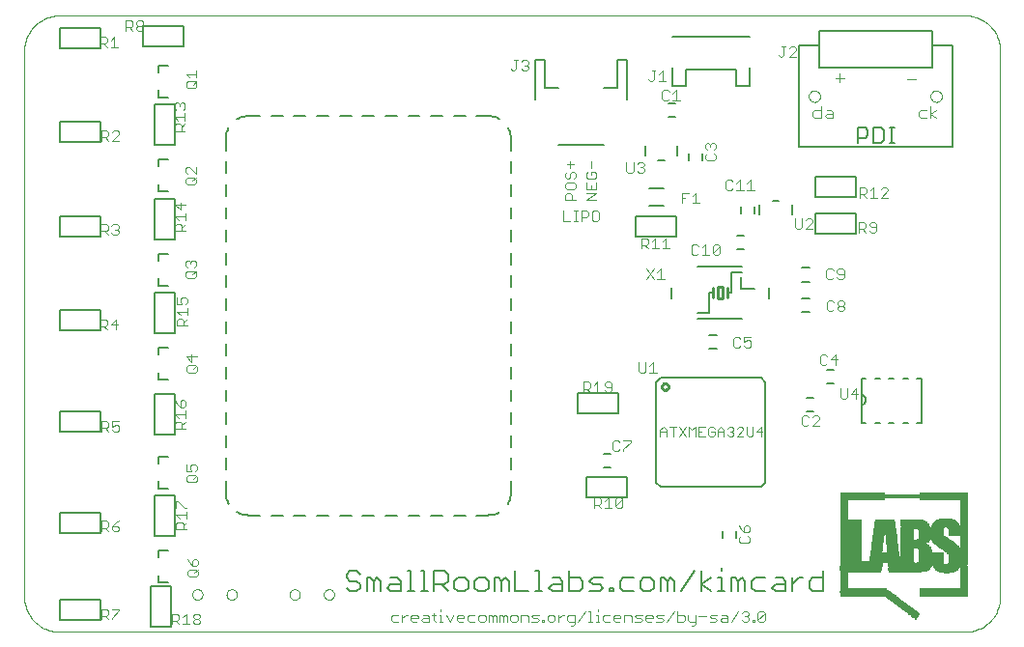
<source format=gto>
G75*
G70*
%OFA0B0*%
%FSLAX24Y24*%
%IPPOS*%
%LPD*%
%AMOC8*
5,1,8,0,0,1.08239X$1,22.5*
%
%ADD10C,0.0001*%
%ADD11C,0.0040*%
%ADD12C,0.0080*%
%ADD13C,0.0060*%
%ADD14C,0.0030*%
%ADD15C,0.0050*%
%ADD16C,0.0100*%
%ADD17C,0.0000*%
%ADD18C,0.0070*%
%ADD19R,0.0039X0.0013*%
%ADD20R,0.0065X0.0013*%
%ADD21R,0.0078X0.0013*%
%ADD22R,0.0117X0.0013*%
%ADD23R,0.0130X0.0013*%
%ADD24R,0.0169X0.0013*%
%ADD25R,0.0195X0.0013*%
%ADD26R,0.0221X0.0013*%
%ADD27R,0.0247X0.0013*%
%ADD28R,0.0273X0.0013*%
%ADD29R,0.0299X0.0013*%
%ADD30R,0.0325X0.0013*%
%ADD31R,0.0351X0.0013*%
%ADD32R,0.0377X0.0013*%
%ADD33R,0.0416X0.0013*%
%ADD34R,0.0429X0.0013*%
%ADD35R,0.0429X0.0013*%
%ADD36R,0.0429X0.0013*%
%ADD37R,0.0416X0.0013*%
%ADD38R,0.0429X0.0013*%
%ADD39R,0.0416X0.0013*%
%ADD40R,0.1937X0.0013*%
%ADD41R,0.1664X0.0013*%
%ADD42R,0.1924X0.0013*%
%ADD43R,0.1664X0.0013*%
%ADD44R,0.1898X0.0013*%
%ADD45R,0.1885X0.0013*%
%ADD46R,0.1859X0.0013*%
%ADD47R,0.1846X0.0013*%
%ADD48R,0.1820X0.0013*%
%ADD49R,0.1807X0.0013*%
%ADD50R,0.1781X0.0013*%
%ADD51R,0.1768X0.0013*%
%ADD52R,0.1755X0.0013*%
%ADD53R,0.1742X0.0013*%
%ADD54R,0.1716X0.0013*%
%ADD55R,0.1703X0.0013*%
%ADD56R,0.1677X0.0013*%
%ADD57R,0.1651X0.0013*%
%ADD58R,0.1625X0.0013*%
%ADD59R,0.1612X0.0013*%
%ADD60R,0.1586X0.0013*%
%ADD61R,0.0260X0.0013*%
%ADD62R,0.0247X0.0013*%
%ADD63R,0.0260X0.0013*%
%ADD64R,0.0247X0.0013*%
%ADD65R,0.0195X0.0013*%
%ADD66R,0.0455X0.0013*%
%ADD67R,0.1430X0.0013*%
%ADD68R,0.1157X0.0013*%
%ADD69R,0.0520X0.0013*%
%ADD70R,0.1430X0.0013*%
%ADD71R,0.1287X0.0013*%
%ADD72R,0.0585X0.0013*%
%ADD73R,0.1352X0.0013*%
%ADD74R,0.0637X0.0013*%
%ADD75R,0.1443X0.0013*%
%ADD76R,0.1378X0.0013*%
%ADD77R,0.0689X0.0013*%
%ADD78R,0.1404X0.0013*%
%ADD79R,0.0715X0.0013*%
%ADD80R,0.1443X0.0013*%
%ADD81R,0.1417X0.0013*%
%ADD82R,0.0767X0.0013*%
%ADD83R,0.0793X0.0013*%
%ADD84R,0.1443X0.0013*%
%ADD85R,0.0819X0.0013*%
%ADD86R,0.1456X0.0013*%
%ADD87R,0.0871X0.0013*%
%ADD88R,0.1469X0.0013*%
%ADD89R,0.0884X0.0013*%
%ADD90R,0.1469X0.0013*%
%ADD91R,0.0897X0.0013*%
%ADD92R,0.1482X0.0013*%
%ADD93R,0.0923X0.0013*%
%ADD94R,0.1196X0.0013*%
%ADD95R,0.1495X0.0013*%
%ADD96R,0.1456X0.0013*%
%ADD97R,0.1209X0.0013*%
%ADD98R,0.1456X0.0013*%
%ADD99R,0.1508X0.0013*%
%ADD100R,0.1209X0.0013*%
%ADD101R,0.1521X0.0013*%
%ADD102R,0.1222X0.0013*%
%ADD103R,0.2756X0.0013*%
%ADD104R,0.1989X0.0013*%
%ADD105R,0.0715X0.0013*%
%ADD106R,0.1963X0.0013*%
%ADD107R,0.1950X0.0013*%
%ADD108R,0.0676X0.0013*%
%ADD109R,0.0663X0.0013*%
%ADD110R,0.0910X0.0013*%
%ADD111R,0.0936X0.0013*%
%ADD112R,0.2548X0.0013*%
%ADD113R,0.0910X0.0013*%
%ADD114R,0.0650X0.0013*%
%ADD115R,0.2548X0.0013*%
%ADD116R,0.0897X0.0013*%
%ADD117R,0.0650X0.0013*%
%ADD118R,0.0884X0.0013*%
%ADD119R,0.1547X0.0013*%
%ADD120R,0.1547X0.0013*%
%ADD121R,0.0871X0.0013*%
%ADD122R,0.1053X0.0013*%
%ADD123R,0.0468X0.0013*%
%ADD124R,0.1053X0.0013*%
%ADD125R,0.0468X0.0013*%
%ADD126R,0.1040X0.0013*%
%ADD127R,0.1027X0.0013*%
%ADD128R,0.1027X0.0013*%
%ADD129R,0.0663X0.0013*%
%ADD130R,0.1014X0.0013*%
%ADD131R,0.1001X0.0013*%
%ADD132R,0.0702X0.0013*%
%ADD133R,0.0416X0.0013*%
%ADD134R,0.0728X0.0013*%
%ADD135R,0.0741X0.0013*%
%ADD136R,0.0754X0.0013*%
%ADD137R,0.0780X0.0013*%
%ADD138R,0.0455X0.0013*%
%ADD139R,0.0819X0.0013*%
%ADD140R,0.0832X0.0013*%
%ADD141R,0.0468X0.0013*%
%ADD142R,0.0858X0.0013*%
%ADD143R,0.0871X0.0013*%
%ADD144R,0.0403X0.0013*%
%ADD145R,0.0403X0.0013*%
%ADD146R,0.0481X0.0013*%
%ADD147R,0.0533X0.0013*%
%ADD148R,0.0403X0.0013*%
%ADD149R,0.0689X0.0013*%
%ADD150R,0.1040X0.0013*%
%ADD151R,0.0403X0.0013*%
%ADD152R,0.0728X0.0013*%
%ADD153R,0.1014X0.0013*%
%ADD154R,0.0741X0.0013*%
%ADD155R,0.0988X0.0013*%
%ADD156R,0.0975X0.0013*%
%ADD157R,0.0754X0.0013*%
%ADD158R,0.0949X0.0013*%
%ADD159R,0.0754X0.0013*%
%ADD160R,0.0923X0.0013*%
%ADD161R,0.0845X0.0013*%
%ADD162R,0.0845X0.0013*%
%ADD163R,0.0741X0.0013*%
%ADD164R,0.0728X0.0013*%
%ADD165R,0.0390X0.0013*%
%ADD166R,0.0975X0.0013*%
%ADD167R,0.0390X0.0013*%
%ADD168R,0.0988X0.0013*%
%ADD169R,0.0702X0.0013*%
%ADD170R,0.0676X0.0013*%
%ADD171R,0.0663X0.0013*%
%ADD172R,0.0481X0.0013*%
%ADD173R,0.0442X0.0013*%
%ADD174R,0.0624X0.0013*%
%ADD175R,0.0442X0.0013*%
%ADD176R,0.0611X0.0013*%
%ADD177R,0.0598X0.0013*%
%ADD178R,0.0572X0.0013*%
%ADD179R,0.1001X0.0013*%
%ADD180R,0.0949X0.0013*%
%ADD181R,0.0377X0.0013*%
%ADD182R,0.0858X0.0013*%
%ADD183R,0.0676X0.0013*%
%ADD184R,0.0858X0.0013*%
%ADD185R,0.0806X0.0013*%
%ADD186R,0.0780X0.0013*%
%ADD187R,0.0871X0.0013*%
%ADD188R,0.0767X0.0013*%
%ADD189R,0.0689X0.0013*%
%ADD190R,0.0988X0.0013*%
%ADD191R,0.0988X0.0013*%
%ADD192R,0.0962X0.0013*%
%ADD193R,0.0949X0.0013*%
%ADD194R,0.0962X0.0013*%
%ADD195R,0.0936X0.0013*%
%ADD196R,0.0858X0.0013*%
%ADD197R,0.0832X0.0013*%
%ADD198R,0.0806X0.0013*%
%ADD199R,0.0832X0.0013*%
%ADD200R,0.0702X0.0013*%
%ADD201R,0.0793X0.0013*%
%ADD202R,0.0624X0.0013*%
%ADD203R,0.0546X0.0013*%
%ADD204R,0.0364X0.0013*%
%ADD205R,0.0221X0.0013*%
%ADD206R,0.1521X0.0013*%
%ADD207R,0.1521X0.0013*%
%ADD208R,0.4394X0.0013*%
%ADD209R,0.4394X0.0013*%
D10*
X001323Y000141D02*
X032622Y000141D01*
X032688Y000143D01*
X032754Y000148D01*
X032820Y000158D01*
X032885Y000171D01*
X032949Y000187D01*
X033012Y000207D01*
X033074Y000231D01*
X033134Y000258D01*
X033193Y000288D01*
X033250Y000322D01*
X033305Y000359D01*
X033358Y000399D01*
X033409Y000441D01*
X033457Y000487D01*
X033503Y000535D01*
X033545Y000586D01*
X033585Y000639D01*
X033622Y000694D01*
X033656Y000751D01*
X033686Y000810D01*
X033713Y000870D01*
X033737Y000932D01*
X033757Y000995D01*
X033773Y001059D01*
X033786Y001124D01*
X033796Y001190D01*
X033801Y001256D01*
X033803Y001322D01*
X033803Y020220D01*
X033801Y020286D01*
X033796Y020352D01*
X033786Y020418D01*
X033773Y020483D01*
X033757Y020547D01*
X033737Y020610D01*
X033713Y020672D01*
X033686Y020732D01*
X033656Y020791D01*
X033622Y020848D01*
X033585Y020903D01*
X033545Y020956D01*
X033503Y021007D01*
X033457Y021055D01*
X033409Y021101D01*
X033358Y021143D01*
X033305Y021183D01*
X033250Y021220D01*
X033193Y021254D01*
X033134Y021284D01*
X033074Y021311D01*
X033012Y021335D01*
X032949Y021355D01*
X032885Y021371D01*
X032820Y021384D01*
X032754Y021394D01*
X032688Y021399D01*
X032622Y021401D01*
X001323Y021401D01*
X001257Y021399D01*
X001191Y021394D01*
X001125Y021384D01*
X001060Y021371D01*
X000996Y021355D01*
X000933Y021335D01*
X000871Y021311D01*
X000811Y021284D01*
X000752Y021254D01*
X000695Y021220D01*
X000640Y021183D01*
X000587Y021143D01*
X000536Y021101D01*
X000488Y021055D01*
X000442Y021007D01*
X000400Y020956D01*
X000360Y020903D01*
X000323Y020848D01*
X000289Y020791D01*
X000259Y020732D01*
X000232Y020672D01*
X000208Y020610D01*
X000188Y020547D01*
X000172Y020483D01*
X000159Y020418D01*
X000149Y020352D01*
X000144Y020286D01*
X000142Y020220D01*
X000142Y001322D01*
X000144Y001256D01*
X000149Y001190D01*
X000159Y001124D01*
X000172Y001059D01*
X000188Y000995D01*
X000208Y000932D01*
X000232Y000870D01*
X000259Y000810D01*
X000289Y000751D01*
X000323Y000694D01*
X000360Y000639D01*
X000400Y000586D01*
X000442Y000535D01*
X000488Y000487D01*
X000536Y000441D01*
X000587Y000399D01*
X000640Y000359D01*
X000695Y000322D01*
X000752Y000288D01*
X000811Y000258D01*
X000871Y000231D01*
X000933Y000207D01*
X000996Y000187D01*
X001060Y000171D01*
X001125Y000158D01*
X001191Y000148D01*
X001257Y000143D01*
X001323Y000141D01*
D11*
X002801Y000561D02*
X002801Y000921D01*
X002981Y000921D01*
X003041Y000861D01*
X003041Y000741D01*
X002981Y000681D01*
X002801Y000681D01*
X002921Y000681D02*
X003041Y000561D01*
X003169Y000561D02*
X003169Y000621D01*
X003410Y000861D01*
X003410Y000921D01*
X003169Y000921D01*
X005231Y000754D02*
X005231Y000394D01*
X005231Y000514D02*
X005411Y000514D01*
X005471Y000574D01*
X005471Y000694D01*
X005411Y000754D01*
X005231Y000754D01*
X005351Y000514D02*
X005471Y000394D01*
X005599Y000394D02*
X005840Y000394D01*
X005720Y000394D02*
X005720Y000754D01*
X005599Y000634D01*
X005968Y000634D02*
X005968Y000694D01*
X006028Y000754D01*
X006148Y000754D01*
X006208Y000694D01*
X006208Y000634D01*
X006148Y000574D01*
X006028Y000574D01*
X005968Y000634D01*
X006028Y000574D02*
X005968Y000514D01*
X005968Y000454D01*
X006028Y000394D01*
X006148Y000394D01*
X006208Y000454D01*
X006208Y000514D01*
X006148Y000574D01*
X006061Y002041D02*
X006121Y002101D01*
X006121Y002222D01*
X006061Y002282D01*
X005821Y002282D01*
X005761Y002222D01*
X005761Y002101D01*
X005821Y002041D01*
X006061Y002041D01*
X006001Y002162D02*
X006121Y002282D01*
X006061Y002410D02*
X006121Y002470D01*
X006121Y002590D01*
X006061Y002650D01*
X006001Y002650D01*
X005941Y002590D01*
X005941Y002410D01*
X006061Y002410D01*
X005941Y002410D02*
X005821Y002530D01*
X005761Y002650D01*
X005739Y003681D02*
X005379Y003681D01*
X005379Y003861D01*
X005439Y003921D01*
X005559Y003921D01*
X005619Y003861D01*
X005619Y003681D01*
X005619Y003801D02*
X005739Y003921D01*
X005739Y004049D02*
X005739Y004290D01*
X005739Y004169D02*
X005379Y004169D01*
X005499Y004049D01*
X005379Y004418D02*
X005379Y004658D01*
X005439Y004658D01*
X005679Y004418D01*
X005739Y004418D01*
X005791Y005298D02*
X005731Y005358D01*
X005731Y005478D01*
X005791Y005538D01*
X006031Y005538D01*
X006091Y005478D01*
X006091Y005358D01*
X006031Y005298D01*
X005791Y005298D01*
X005971Y005418D02*
X006091Y005538D01*
X006031Y005666D02*
X006091Y005726D01*
X006091Y005846D01*
X006031Y005907D01*
X005911Y005907D01*
X005851Y005846D01*
X005851Y005786D01*
X005911Y005666D01*
X005731Y005666D01*
X005731Y005907D01*
X005699Y007151D02*
X005339Y007151D01*
X005339Y007331D01*
X005399Y007391D01*
X005519Y007391D01*
X005579Y007331D01*
X005579Y007151D01*
X005579Y007271D02*
X005699Y007391D01*
X005699Y007519D02*
X005699Y007760D01*
X005699Y007639D02*
X005339Y007639D01*
X005459Y007519D01*
X005519Y007888D02*
X005399Y008008D01*
X005339Y008128D01*
X005519Y008068D02*
X005519Y007888D01*
X005639Y007888D01*
X005699Y007948D01*
X005699Y008068D01*
X005639Y008128D01*
X005579Y008128D01*
X005519Y008068D01*
X005791Y009088D02*
X005731Y009148D01*
X005731Y009268D01*
X005791Y009328D01*
X006031Y009328D01*
X006091Y009268D01*
X006091Y009148D01*
X006031Y009088D01*
X005791Y009088D01*
X005971Y009208D02*
X006091Y009328D01*
X005911Y009456D02*
X005911Y009697D01*
X006091Y009636D02*
X005731Y009636D01*
X005911Y009456D01*
X005759Y010701D02*
X005399Y010701D01*
X005399Y010881D01*
X005459Y010941D01*
X005579Y010941D01*
X005639Y010881D01*
X005639Y010701D01*
X005639Y010821D02*
X005759Y010941D01*
X005759Y011069D02*
X005759Y011310D01*
X005759Y011189D02*
X005399Y011189D01*
X005519Y011069D01*
X005579Y011438D02*
X005399Y011438D01*
X005399Y011678D01*
X005519Y011618D02*
X005579Y011678D01*
X005699Y011678D01*
X005759Y011618D01*
X005759Y011498D01*
X005699Y011438D01*
X005579Y011438D02*
X005519Y011558D01*
X005519Y011618D01*
X005761Y012348D02*
X005701Y012408D01*
X005701Y012528D01*
X005761Y012588D01*
X006001Y012588D01*
X006061Y012528D01*
X006061Y012408D01*
X006001Y012348D01*
X005761Y012348D01*
X005941Y012468D02*
X006061Y012588D01*
X006001Y012716D02*
X006061Y012776D01*
X006061Y012896D01*
X006001Y012957D01*
X005941Y012957D01*
X005881Y012896D01*
X005881Y012836D01*
X005881Y012896D02*
X005821Y012957D01*
X005761Y012957D01*
X005701Y012896D01*
X005701Y012776D01*
X005761Y012716D01*
X005699Y013971D02*
X005339Y013971D01*
X005339Y014151D01*
X005399Y014211D01*
X005519Y014211D01*
X005579Y014151D01*
X005579Y013971D01*
X005579Y014091D02*
X005699Y014211D01*
X005699Y014339D02*
X005699Y014580D01*
X005699Y014459D02*
X005339Y014459D01*
X005459Y014339D01*
X005519Y014708D02*
X005519Y014948D01*
X005699Y014888D02*
X005339Y014888D01*
X005519Y014708D01*
X005761Y015578D02*
X005701Y015638D01*
X005701Y015758D01*
X005761Y015818D01*
X006001Y015818D01*
X006061Y015758D01*
X006061Y015638D01*
X006001Y015578D01*
X005761Y015578D01*
X005941Y015698D02*
X006061Y015818D01*
X006061Y015946D02*
X005821Y016187D01*
X005761Y016187D01*
X005701Y016126D01*
X005701Y016006D01*
X005761Y015946D01*
X006061Y015946D02*
X006061Y016187D01*
X005679Y017421D02*
X005319Y017421D01*
X005319Y017601D01*
X005379Y017661D01*
X005499Y017661D01*
X005559Y017601D01*
X005559Y017421D01*
X005559Y017541D02*
X005679Y017661D01*
X005679Y017789D02*
X005679Y018030D01*
X005679Y017909D02*
X005319Y017909D01*
X005439Y017789D01*
X005379Y018158D02*
X005319Y018218D01*
X005319Y018338D01*
X005379Y018398D01*
X005439Y018398D01*
X005499Y018338D01*
X005559Y018398D01*
X005619Y018398D01*
X005679Y018338D01*
X005679Y018218D01*
X005619Y018158D01*
X005499Y018278D02*
X005499Y018338D01*
X005781Y018898D02*
X005721Y018958D01*
X005721Y019078D01*
X005781Y019138D01*
X006021Y019138D01*
X006081Y019078D01*
X006081Y018958D01*
X006021Y018898D01*
X005781Y018898D01*
X005961Y019018D02*
X006081Y019138D01*
X006081Y019266D02*
X006081Y019507D01*
X006081Y019386D02*
X005721Y019386D01*
X005841Y019266D01*
X004187Y020874D02*
X004067Y020874D01*
X004007Y020934D01*
X004007Y020994D01*
X004067Y021054D01*
X004187Y021054D01*
X004247Y020994D01*
X004247Y020934D01*
X004187Y020874D01*
X004187Y021054D02*
X004247Y021114D01*
X004247Y021174D01*
X004187Y021234D01*
X004067Y021234D01*
X004007Y021174D01*
X004007Y021114D01*
X004067Y021054D01*
X003879Y021054D02*
X003819Y020994D01*
X003639Y020994D01*
X003759Y020994D02*
X003879Y020874D01*
X003879Y021054D02*
X003879Y021174D01*
X003819Y021234D01*
X003639Y021234D01*
X003639Y020874D01*
X003249Y020673D02*
X003249Y020313D01*
X003129Y020313D02*
X003370Y020313D01*
X003129Y020553D02*
X003249Y020673D01*
X003001Y020613D02*
X003001Y020493D01*
X002941Y020433D01*
X002761Y020433D01*
X002761Y020313D02*
X002761Y020673D01*
X002941Y020673D01*
X003001Y020613D01*
X002881Y020433D02*
X003001Y020313D01*
X002981Y017441D02*
X003041Y017381D01*
X003041Y017261D01*
X002981Y017201D01*
X002801Y017201D01*
X002801Y017081D02*
X002801Y017441D01*
X002981Y017441D01*
X003169Y017381D02*
X003229Y017441D01*
X003350Y017441D01*
X003410Y017381D01*
X003410Y017321D01*
X003169Y017081D01*
X003410Y017081D01*
X003041Y017081D02*
X002921Y017201D01*
X002961Y014203D02*
X003021Y014143D01*
X003021Y014023D01*
X002961Y013963D01*
X002781Y013963D01*
X002781Y013843D02*
X002781Y014203D01*
X002961Y014203D01*
X003149Y014143D02*
X003209Y014203D01*
X003330Y014203D01*
X003390Y014143D01*
X003390Y014083D01*
X003330Y014023D01*
X003390Y013963D01*
X003390Y013903D01*
X003330Y013843D01*
X003209Y013843D01*
X003149Y013903D01*
X003021Y013843D02*
X002901Y013963D01*
X003269Y014023D02*
X003330Y014023D01*
X003310Y010921D02*
X003129Y010741D01*
X003370Y010741D01*
X003310Y010561D02*
X003310Y010921D01*
X003001Y010861D02*
X003001Y010741D01*
X002941Y010681D01*
X002761Y010681D01*
X002761Y010561D02*
X002761Y010921D01*
X002941Y010921D01*
X003001Y010861D01*
X002881Y010681D02*
X003001Y010561D01*
X002981Y007401D02*
X003041Y007341D01*
X003041Y007221D01*
X002981Y007161D01*
X002801Y007161D01*
X002801Y007041D02*
X002801Y007401D01*
X002981Y007401D01*
X003169Y007401D02*
X003169Y007221D01*
X003289Y007281D01*
X003350Y007281D01*
X003410Y007221D01*
X003410Y007101D01*
X003350Y007041D01*
X003229Y007041D01*
X003169Y007101D01*
X003041Y007041D02*
X002921Y007161D01*
X003169Y007401D02*
X003410Y007401D01*
X003410Y003961D02*
X003289Y003901D01*
X003169Y003781D01*
X003350Y003781D01*
X003410Y003721D01*
X003410Y003661D01*
X003350Y003601D01*
X003229Y003601D01*
X003169Y003661D01*
X003169Y003781D01*
X003041Y003781D02*
X003041Y003901D01*
X002981Y003961D01*
X002801Y003961D01*
X002801Y003601D01*
X002801Y003721D02*
X002981Y003721D01*
X003041Y003781D01*
X002921Y003721D02*
X003041Y003601D01*
X019426Y008401D02*
X019426Y008761D01*
X019606Y008761D01*
X019666Y008701D01*
X019666Y008581D01*
X019606Y008521D01*
X019426Y008521D01*
X019546Y008521D02*
X019666Y008401D01*
X019794Y008401D02*
X020035Y008401D01*
X019915Y008401D02*
X019915Y008761D01*
X019794Y008641D01*
X020163Y008641D02*
X020163Y008701D01*
X020223Y008761D01*
X020343Y008761D01*
X020403Y008701D01*
X020403Y008461D01*
X020343Y008401D01*
X020223Y008401D01*
X020163Y008461D01*
X020223Y008581D02*
X020403Y008581D01*
X020223Y008581D02*
X020163Y008641D01*
X021341Y009131D02*
X021401Y009071D01*
X021521Y009071D01*
X021581Y009131D01*
X021581Y009431D01*
X021709Y009311D02*
X021829Y009431D01*
X021829Y009071D01*
X021709Y009071D02*
X021950Y009071D01*
X021341Y009131D02*
X021341Y009431D01*
X022188Y007201D02*
X022295Y007095D01*
X022295Y006881D01*
X022295Y007041D02*
X022081Y007041D01*
X022081Y007095D02*
X022188Y007201D01*
X022081Y007095D02*
X022081Y006881D01*
X022519Y006881D02*
X022519Y007201D01*
X022413Y007201D02*
X022626Y007201D01*
X022744Y007201D02*
X022958Y006881D01*
X023075Y006881D02*
X023075Y007201D01*
X023182Y007095D01*
X023289Y007201D01*
X023289Y006881D01*
X023407Y006881D02*
X023620Y006881D01*
X023738Y006934D02*
X023792Y006881D01*
X023899Y006881D01*
X023952Y006934D01*
X023952Y007041D01*
X023845Y007041D01*
X023738Y007148D02*
X023738Y006934D01*
X023738Y007148D02*
X023792Y007201D01*
X023899Y007201D01*
X023952Y007148D01*
X024070Y007095D02*
X024177Y007201D01*
X024283Y007095D01*
X024283Y006881D01*
X024401Y006934D02*
X024455Y006881D01*
X024561Y006881D01*
X024615Y006934D01*
X024615Y006988D01*
X024561Y007041D01*
X024508Y007041D01*
X024561Y007041D02*
X024615Y007095D01*
X024615Y007148D01*
X024561Y007201D01*
X024455Y007201D01*
X024401Y007148D01*
X024283Y007041D02*
X024070Y007041D01*
X024070Y007095D02*
X024070Y006881D01*
X023514Y007041D02*
X023407Y007041D01*
X023407Y007201D02*
X023407Y006881D01*
X022958Y007201D02*
X022744Y006881D01*
X023407Y007201D02*
X023620Y007201D01*
X024733Y007148D02*
X024786Y007201D01*
X024893Y007201D01*
X024946Y007148D01*
X024946Y007095D01*
X024733Y006881D01*
X024946Y006881D01*
X025064Y006934D02*
X025118Y006881D01*
X025224Y006881D01*
X025278Y006934D01*
X025278Y007201D01*
X025396Y007041D02*
X025609Y007041D01*
X025556Y006881D02*
X025556Y007201D01*
X025396Y007041D01*
X025064Y006934D02*
X025064Y007201D01*
X026964Y007296D02*
X027025Y007236D01*
X027145Y007236D01*
X027205Y007296D01*
X027333Y007236D02*
X027573Y007476D01*
X027573Y007536D01*
X027513Y007596D01*
X027393Y007596D01*
X027333Y007536D01*
X027205Y007536D02*
X027145Y007596D01*
X027025Y007596D01*
X026964Y007536D01*
X026964Y007296D01*
X027333Y007236D02*
X027573Y007236D01*
X028351Y008171D02*
X028471Y008171D01*
X028531Y008231D01*
X028531Y008531D01*
X028659Y008351D02*
X028840Y008531D01*
X028840Y008171D01*
X028900Y008351D02*
X028659Y008351D01*
X028351Y008171D02*
X028291Y008231D01*
X028291Y008531D01*
X028140Y009358D02*
X028140Y009718D01*
X027959Y009538D01*
X028200Y009538D01*
X027831Y009418D02*
X027771Y009358D01*
X027651Y009358D01*
X027591Y009418D01*
X027591Y009658D01*
X027651Y009718D01*
X027771Y009718D01*
X027831Y009658D01*
X027895Y011211D02*
X028015Y011211D01*
X028075Y011271D01*
X028203Y011271D02*
X028263Y011211D01*
X028383Y011211D01*
X028443Y011271D01*
X028443Y011331D01*
X028383Y011391D01*
X028263Y011391D01*
X028203Y011451D01*
X028203Y011511D01*
X028263Y011571D01*
X028383Y011571D01*
X028443Y011511D01*
X028443Y011451D01*
X028383Y011391D01*
X028263Y011391D02*
X028203Y011331D01*
X028203Y011271D01*
X028075Y011511D02*
X028015Y011571D01*
X027895Y011571D01*
X027834Y011511D01*
X027834Y011271D01*
X027895Y011211D01*
X027875Y012301D02*
X027995Y012301D01*
X028055Y012361D01*
X028183Y012361D02*
X028243Y012301D01*
X028363Y012301D01*
X028423Y012361D01*
X028423Y012601D01*
X028363Y012661D01*
X028243Y012661D01*
X028183Y012601D01*
X028183Y012541D01*
X028243Y012481D01*
X028423Y012481D01*
X028055Y012601D02*
X027995Y012661D01*
X027875Y012661D01*
X027814Y012601D01*
X027814Y012361D01*
X027875Y012301D01*
X027340Y014051D02*
X027099Y014051D01*
X027340Y014291D01*
X027340Y014351D01*
X027280Y014411D01*
X027159Y014411D01*
X027099Y014351D01*
X026971Y014411D02*
X026971Y014111D01*
X026911Y014051D01*
X026791Y014051D01*
X026731Y014111D01*
X026731Y014411D01*
X025318Y015366D02*
X025078Y015366D01*
X025198Y015366D02*
X025198Y015726D01*
X025078Y015606D01*
X024829Y015726D02*
X024829Y015366D01*
X024709Y015366D02*
X024950Y015366D01*
X024581Y015426D02*
X024521Y015366D01*
X024401Y015366D01*
X024341Y015426D01*
X024341Y015666D01*
X024401Y015726D01*
X024521Y015726D01*
X024581Y015666D01*
X024709Y015606D02*
X024829Y015726D01*
X023986Y016461D02*
X023926Y016401D01*
X023686Y016401D01*
X023626Y016461D01*
X023626Y016581D01*
X023686Y016641D01*
X023686Y016769D02*
X023626Y016829D01*
X023626Y016950D01*
X023686Y017010D01*
X023746Y017010D01*
X023806Y016950D01*
X023866Y017010D01*
X023926Y017010D01*
X023986Y016950D01*
X023986Y016829D01*
X023926Y016769D01*
X023926Y016641D02*
X023986Y016581D01*
X023986Y016461D01*
X023806Y016889D02*
X023806Y016950D01*
X022753Y018466D02*
X022513Y018466D01*
X022633Y018466D02*
X022633Y018826D01*
X022513Y018706D01*
X022385Y018766D02*
X022325Y018826D01*
X022205Y018826D01*
X022144Y018766D01*
X022144Y018526D01*
X022205Y018466D01*
X022325Y018466D01*
X022385Y018526D01*
X022283Y019139D02*
X022043Y019139D01*
X022163Y019139D02*
X022163Y019499D01*
X022043Y019379D01*
X021915Y019499D02*
X021794Y019499D01*
X021855Y019499D02*
X021855Y019199D01*
X021794Y019139D01*
X021734Y019139D01*
X021674Y019199D01*
X017528Y019566D02*
X017468Y019506D01*
X017348Y019506D01*
X017288Y019566D01*
X017408Y019686D02*
X017468Y019686D01*
X017528Y019626D01*
X017528Y019566D01*
X017468Y019686D02*
X017528Y019747D01*
X017528Y019807D01*
X017468Y019867D01*
X017348Y019867D01*
X017288Y019807D01*
X017160Y019867D02*
X017040Y019867D01*
X017100Y019867D02*
X017100Y019566D01*
X017040Y019506D01*
X016980Y019506D01*
X016920Y019566D01*
X018981Y016386D02*
X018981Y016146D01*
X019041Y016018D02*
X018981Y015958D01*
X018981Y015838D01*
X018921Y015778D01*
X018861Y015778D01*
X018801Y015838D01*
X018801Y015958D01*
X018861Y016018D01*
X019041Y016018D02*
X019101Y016018D01*
X019161Y015958D01*
X019161Y015838D01*
X019101Y015778D01*
X019101Y015650D02*
X018861Y015650D01*
X018801Y015590D01*
X018801Y015469D01*
X018861Y015409D01*
X019101Y015409D01*
X019161Y015469D01*
X019161Y015590D01*
X019101Y015650D01*
X019521Y015650D02*
X019521Y015409D01*
X019881Y015409D01*
X019881Y015650D01*
X019821Y015778D02*
X019881Y015838D01*
X019881Y015958D01*
X019821Y016018D01*
X019701Y016018D01*
X019701Y015898D01*
X019581Y016018D02*
X019521Y015958D01*
X019521Y015838D01*
X019581Y015778D01*
X019821Y015778D01*
X019701Y015529D02*
X019701Y015409D01*
X019881Y015281D02*
X019521Y015281D01*
X019521Y015041D02*
X019881Y015281D01*
X019881Y015041D02*
X019521Y015041D01*
X019161Y015041D02*
X018801Y015041D01*
X018801Y015221D01*
X018861Y015281D01*
X018981Y015281D01*
X019041Y015221D01*
X019041Y015041D01*
X019109Y014681D02*
X019229Y014681D01*
X019169Y014681D02*
X019169Y014321D01*
X019109Y014321D02*
X019229Y014321D01*
X019354Y014321D02*
X019354Y014681D01*
X019535Y014681D01*
X019595Y014621D01*
X019595Y014501D01*
X019535Y014441D01*
X019354Y014441D01*
X019723Y014381D02*
X019723Y014621D01*
X019783Y014681D01*
X019903Y014681D01*
X019963Y014621D01*
X019963Y014381D01*
X019903Y014321D01*
X019783Y014321D01*
X019723Y014381D01*
X018981Y014321D02*
X018741Y014321D01*
X018741Y014681D01*
X020916Y016048D02*
X020976Y015988D01*
X021096Y015988D01*
X021156Y016048D01*
X021156Y016348D01*
X021284Y016288D02*
X021344Y016348D01*
X021464Y016348D01*
X021524Y016288D01*
X021524Y016228D01*
X021464Y016168D01*
X021524Y016108D01*
X021524Y016048D01*
X021464Y015988D01*
X021344Y015988D01*
X021284Y016048D01*
X021404Y016168D02*
X021464Y016168D01*
X020916Y016048D02*
X020916Y016348D01*
X019701Y016386D02*
X019701Y016146D01*
X019101Y016266D02*
X018861Y016266D01*
X021426Y013721D02*
X021606Y013721D01*
X021666Y013661D01*
X021666Y013541D01*
X021606Y013481D01*
X021426Y013481D01*
X021426Y013361D02*
X021426Y013721D01*
X021546Y013481D02*
X021666Y013361D01*
X021794Y013361D02*
X022035Y013361D01*
X021915Y013361D02*
X021915Y013721D01*
X021794Y013601D01*
X022163Y013601D02*
X022283Y013721D01*
X022283Y013361D01*
X022163Y013361D02*
X022403Y013361D01*
X023156Y013456D02*
X023156Y013216D01*
X023216Y013156D01*
X023336Y013156D01*
X023396Y013216D01*
X023524Y013156D02*
X023765Y013156D01*
X023645Y013156D02*
X023645Y013516D01*
X023524Y013396D01*
X023396Y013456D02*
X023336Y013516D01*
X023216Y013516D01*
X023156Y013456D01*
X023893Y013456D02*
X023893Y013216D01*
X024133Y013456D01*
X024133Y013216D01*
X024073Y013156D01*
X023953Y013156D01*
X023893Y013216D01*
X023893Y013456D02*
X023953Y013516D01*
X024073Y013516D01*
X024133Y013456D01*
X023434Y014929D02*
X023194Y014929D01*
X023314Y014929D02*
X023314Y015289D01*
X023194Y015169D01*
X023066Y015289D02*
X022826Y015289D01*
X022826Y014929D01*
X022826Y015109D02*
X022946Y015109D01*
X022103Y012661D02*
X022103Y012301D01*
X021983Y012301D02*
X022223Y012301D01*
X021983Y012541D02*
X022103Y012661D01*
X021855Y012661D02*
X021614Y012301D01*
X021855Y012301D02*
X021614Y012661D01*
X024604Y010256D02*
X024604Y010016D01*
X024665Y009956D01*
X024785Y009956D01*
X024845Y010016D01*
X024973Y010016D02*
X025033Y009956D01*
X025153Y009956D01*
X025213Y010016D01*
X025213Y010136D01*
X025153Y010196D01*
X025093Y010196D01*
X024973Y010136D01*
X024973Y010316D01*
X025213Y010316D01*
X024845Y010256D02*
X024785Y010316D01*
X024665Y010316D01*
X024604Y010256D01*
X021050Y006746D02*
X020809Y006746D01*
X020681Y006686D02*
X020621Y006746D01*
X020501Y006746D01*
X020441Y006686D01*
X020441Y006446D01*
X020501Y006386D01*
X020621Y006386D01*
X020681Y006446D01*
X020809Y006446D02*
X020809Y006386D01*
X020809Y006446D02*
X021050Y006686D01*
X021050Y006746D01*
X020718Y004761D02*
X020598Y004761D01*
X020538Y004701D01*
X020538Y004461D01*
X020778Y004701D01*
X020778Y004461D01*
X020718Y004401D01*
X020598Y004401D01*
X020538Y004461D01*
X020410Y004401D02*
X020169Y004401D01*
X020289Y004401D02*
X020289Y004761D01*
X020169Y004641D01*
X020041Y004581D02*
X019981Y004521D01*
X019801Y004521D01*
X019801Y004401D02*
X019801Y004761D01*
X019981Y004761D01*
X020041Y004701D01*
X020041Y004581D01*
X019921Y004521D02*
X020041Y004401D01*
X020718Y004761D02*
X020778Y004701D01*
X024791Y003803D02*
X024851Y003683D01*
X024971Y003563D01*
X024971Y003743D01*
X025031Y003803D01*
X025091Y003803D01*
X025151Y003743D01*
X025151Y003623D01*
X025091Y003563D01*
X024971Y003563D01*
X025091Y003435D02*
X025151Y003375D01*
X025151Y003255D01*
X025091Y003194D01*
X024851Y003194D01*
X024791Y003255D01*
X024791Y003375D01*
X024851Y003435D01*
X028934Y013921D02*
X028934Y014281D01*
X029115Y014281D01*
X029175Y014221D01*
X029175Y014101D01*
X029115Y014041D01*
X028934Y014041D01*
X029055Y014041D02*
X029175Y013921D01*
X029303Y013981D02*
X029363Y013921D01*
X029483Y013921D01*
X029543Y013981D01*
X029543Y014221D01*
X029483Y014281D01*
X029363Y014281D01*
X029303Y014221D01*
X029303Y014161D01*
X029363Y014101D01*
X029543Y014101D01*
X029565Y015121D02*
X029324Y015121D01*
X029445Y015121D02*
X029445Y015481D01*
X029324Y015361D01*
X029196Y015301D02*
X029136Y015241D01*
X028956Y015241D01*
X028956Y015121D02*
X028956Y015481D01*
X029136Y015481D01*
X029196Y015421D01*
X029196Y015301D01*
X029076Y015241D02*
X029196Y015121D01*
X029693Y015121D02*
X029933Y015361D01*
X029933Y015421D01*
X029873Y015481D01*
X029753Y015481D01*
X029693Y015421D01*
X029693Y015121D02*
X029933Y015121D01*
X031064Y017866D02*
X031270Y017866D01*
X031410Y017866D02*
X031410Y018276D01*
X031270Y018140D02*
X031064Y018140D01*
X030996Y018071D01*
X030996Y017934D01*
X031064Y017866D01*
X031410Y018003D02*
X031616Y018140D01*
X031410Y018003D02*
X031616Y017866D01*
X030903Y019196D02*
X030596Y019196D01*
X028428Y019246D02*
X028121Y019246D01*
X028275Y019400D02*
X028275Y019093D01*
X027620Y018276D02*
X027620Y017866D01*
X027414Y017866D01*
X027346Y017934D01*
X027346Y018071D01*
X027414Y018140D01*
X027620Y018140D01*
X027829Y018140D02*
X027966Y018140D01*
X028034Y018071D01*
X028034Y017866D01*
X027829Y017866D01*
X027760Y017934D01*
X027829Y018003D01*
X028034Y018003D01*
X026770Y019981D02*
X026529Y019981D01*
X026770Y020221D01*
X026770Y020281D01*
X026710Y020341D01*
X026589Y020341D01*
X026529Y020281D01*
X026401Y020341D02*
X026281Y020341D01*
X026341Y020341D02*
X026341Y020041D01*
X026281Y019981D01*
X026221Y019981D01*
X026161Y020041D01*
D12*
X025180Y019609D02*
X025180Y018979D01*
X024707Y018979D01*
X024707Y019530D01*
X022975Y019530D01*
X022975Y018979D01*
X022503Y018979D01*
X022503Y019609D01*
X022503Y020672D02*
X025180Y020672D01*
X020921Y019888D02*
X020921Y018510D01*
X020606Y018904D02*
X020134Y018904D01*
X020606Y018904D02*
X020606Y019888D01*
X020921Y019888D01*
X018559Y018904D02*
X018087Y018904D01*
X018087Y019888D01*
X017772Y019888D01*
X017772Y018510D01*
X016142Y017938D02*
X015748Y017938D01*
X015354Y017938D02*
X014961Y017938D01*
X014567Y017938D02*
X014173Y017938D01*
X013780Y017938D02*
X013386Y017938D01*
X012992Y017938D02*
X012598Y017938D01*
X012205Y017938D02*
X011811Y017938D01*
X011417Y017938D02*
X011024Y017938D01*
X010630Y017938D02*
X010236Y017938D01*
X009843Y017938D02*
X009449Y017938D01*
X009055Y017938D02*
X008661Y017938D01*
X008268Y017938D02*
X007874Y017938D01*
X007874Y017937D02*
X007821Y017935D01*
X007769Y017930D01*
X007717Y017921D01*
X007666Y017909D01*
X007616Y017893D01*
X007566Y017874D01*
X007519Y017852D01*
X007472Y017827D01*
X007087Y017150D02*
X007087Y016757D01*
X007087Y016363D02*
X007087Y015969D01*
X007087Y015575D02*
X007087Y015182D01*
X007087Y014788D02*
X007087Y014394D01*
X007087Y014001D02*
X007087Y013607D01*
X007087Y013213D02*
X007087Y012820D01*
X007087Y012426D02*
X007087Y012032D01*
X007087Y011638D02*
X007087Y011245D01*
X007087Y010851D02*
X007087Y010457D01*
X007087Y010064D02*
X007087Y009670D01*
X007087Y009276D02*
X007087Y008883D01*
X007087Y008489D02*
X007087Y008095D01*
X007087Y007701D02*
X007087Y007308D01*
X007087Y006914D02*
X007087Y006520D01*
X007087Y006127D02*
X007087Y005733D01*
X007087Y005339D02*
X007087Y004946D01*
X007089Y004893D01*
X007094Y004841D01*
X007103Y004789D01*
X007115Y004738D01*
X007131Y004688D01*
X007150Y004638D01*
X007172Y004591D01*
X007197Y004544D01*
X007874Y004158D02*
X008268Y004158D01*
X008661Y004158D02*
X009055Y004158D01*
X009449Y004158D02*
X009843Y004158D01*
X010236Y004158D02*
X010630Y004158D01*
X011024Y004158D02*
X011417Y004158D01*
X011811Y004158D02*
X012205Y004158D01*
X012598Y004158D02*
X012992Y004158D01*
X013386Y004158D02*
X013780Y004158D01*
X014173Y004158D02*
X014567Y004158D01*
X014961Y004158D02*
X015354Y004158D01*
X015748Y004158D02*
X016142Y004158D01*
X016142Y004159D02*
X016195Y004161D01*
X016247Y004166D01*
X016299Y004175D01*
X016350Y004187D01*
X016400Y004203D01*
X016450Y004222D01*
X016497Y004244D01*
X016544Y004269D01*
X016929Y004946D02*
X016929Y005339D01*
X016929Y005733D02*
X016929Y006127D01*
X016929Y006520D02*
X016929Y006914D01*
X016929Y007308D02*
X016929Y007701D01*
X016929Y008095D02*
X016929Y008489D01*
X016929Y008883D02*
X016929Y009276D01*
X016929Y009670D02*
X016929Y010064D01*
X016929Y010457D02*
X016929Y010851D01*
X016929Y011245D02*
X016929Y011638D01*
X016929Y012032D02*
X016929Y012426D01*
X016929Y012820D02*
X016929Y013213D01*
X016929Y013607D02*
X016929Y014001D01*
X016929Y014394D02*
X016929Y014788D01*
X016929Y015182D02*
X016929Y015575D01*
X016929Y015969D02*
X016929Y016363D01*
X016929Y016757D02*
X016929Y017150D01*
X016927Y017203D01*
X016922Y017255D01*
X016913Y017307D01*
X016901Y017358D01*
X016885Y017408D01*
X016866Y017458D01*
X016844Y017505D01*
X016819Y017552D01*
X016544Y017827D02*
X016497Y017852D01*
X016450Y017874D01*
X016400Y017893D01*
X016350Y017909D01*
X016299Y017921D01*
X016247Y017930D01*
X016195Y017935D01*
X016142Y017937D01*
X018559Y016935D02*
X020134Y016935D01*
X021562Y016897D02*
X021562Y016559D01*
X022016Y016409D02*
X022228Y016409D01*
X022682Y016559D02*
X022682Y016897D01*
X022191Y015441D02*
X021691Y015441D01*
X021691Y014841D02*
X022191Y014841D01*
X025501Y014870D02*
X025501Y014532D01*
X025955Y015020D02*
X026167Y015020D01*
X026621Y014870D02*
X026621Y014532D01*
X025553Y008911D02*
X022089Y008911D01*
X021931Y008753D01*
X021931Y005289D01*
X022089Y005131D01*
X025553Y005131D01*
X025711Y005289D01*
X025711Y008753D01*
X025553Y008911D01*
X016929Y004946D02*
X016927Y004893D01*
X016922Y004841D01*
X016913Y004789D01*
X016901Y004738D01*
X016885Y004688D01*
X016866Y004638D01*
X016844Y004591D01*
X016819Y004544D01*
X007874Y004159D02*
X007821Y004161D01*
X007769Y004166D01*
X007717Y004175D01*
X007666Y004187D01*
X007616Y004203D01*
X007566Y004222D01*
X007519Y004244D01*
X007472Y004269D01*
X005092Y005090D02*
X004777Y005090D01*
X004777Y005326D01*
X004777Y005956D02*
X004777Y006192D01*
X005092Y006192D01*
X005092Y008840D02*
X004777Y008840D01*
X004777Y009076D01*
X004777Y009706D02*
X004777Y009942D01*
X005092Y009942D01*
X005092Y012090D02*
X004777Y012090D01*
X004777Y012326D01*
X004777Y012956D02*
X004777Y013192D01*
X005092Y013192D01*
X005092Y015340D02*
X004777Y015340D01*
X004777Y015576D01*
X004777Y016206D02*
X004777Y016442D01*
X005092Y016442D01*
X007087Y017150D02*
X007089Y017203D01*
X007094Y017255D01*
X007103Y017307D01*
X007115Y017358D01*
X007131Y017408D01*
X007150Y017458D01*
X007172Y017505D01*
X007197Y017552D01*
X005092Y018590D02*
X004777Y018590D01*
X004777Y018826D01*
X004777Y019456D02*
X004777Y019692D01*
X005092Y019692D01*
X005092Y002942D02*
X004777Y002942D01*
X004777Y002706D01*
X004777Y002076D02*
X004777Y001840D01*
X005092Y001840D01*
D13*
X011251Y001998D02*
X011368Y001881D01*
X011601Y001881D01*
X011718Y001765D01*
X011718Y001648D01*
X011601Y001531D01*
X011368Y001531D01*
X011251Y001648D01*
X011251Y001998D02*
X011251Y002115D01*
X011368Y002232D01*
X011601Y002232D01*
X011718Y002115D01*
X011951Y001998D02*
X012068Y001998D01*
X012184Y001881D01*
X012301Y001998D01*
X012418Y001881D01*
X012418Y001531D01*
X012184Y001531D02*
X012184Y001881D01*
X011951Y001998D02*
X011951Y001531D01*
X012651Y001648D02*
X012767Y001765D01*
X013118Y001765D01*
X013118Y001881D02*
X013118Y001531D01*
X012767Y001531D01*
X012651Y001648D01*
X013001Y001998D02*
X013118Y001881D01*
X013001Y001998D02*
X012767Y001998D01*
X013350Y002232D02*
X013467Y002232D01*
X013467Y001531D01*
X013350Y001531D02*
X013584Y001531D01*
X013817Y001531D02*
X014050Y001531D01*
X013934Y001531D02*
X013934Y002232D01*
X013817Y002232D01*
X014283Y002232D02*
X014634Y002232D01*
X014750Y002115D01*
X014750Y001881D01*
X014634Y001765D01*
X014283Y001765D01*
X014517Y001765D02*
X014750Y001531D01*
X014983Y001648D02*
X014983Y001881D01*
X015100Y001998D01*
X015333Y001998D01*
X015450Y001881D01*
X015450Y001648D01*
X015333Y001531D01*
X015100Y001531D01*
X014983Y001648D01*
X015683Y001648D02*
X015800Y001531D01*
X016033Y001531D01*
X016150Y001648D01*
X016150Y001881D01*
X016033Y001998D01*
X015800Y001998D01*
X015683Y001881D01*
X015683Y001648D01*
X016383Y001531D02*
X016383Y001998D01*
X016499Y001998D01*
X016616Y001881D01*
X016733Y001998D01*
X016850Y001881D01*
X016850Y001531D01*
X017082Y001531D02*
X017549Y001531D01*
X017782Y001531D02*
X018016Y001531D01*
X017899Y001531D02*
X017899Y002232D01*
X017782Y002232D01*
X018365Y001998D02*
X018599Y001998D01*
X018716Y001881D01*
X018716Y001531D01*
X018365Y001531D01*
X018249Y001648D01*
X018365Y001765D01*
X018716Y001765D01*
X018948Y001998D02*
X019299Y001998D01*
X019416Y001881D01*
X019416Y001648D01*
X019299Y001531D01*
X018948Y001531D01*
X018948Y002232D01*
X019648Y001881D02*
X019765Y001998D01*
X020115Y001998D01*
X019999Y001765D02*
X019765Y001765D01*
X019648Y001881D01*
X019648Y001531D02*
X019999Y001531D01*
X020115Y001648D01*
X019999Y001765D01*
X020348Y001648D02*
X020465Y001648D01*
X020465Y001531D01*
X020348Y001531D01*
X020348Y001648D01*
X020698Y001648D02*
X020698Y001881D01*
X020815Y001998D01*
X021165Y001998D01*
X021398Y001881D02*
X021398Y001648D01*
X021514Y001531D01*
X021748Y001531D01*
X021865Y001648D01*
X021865Y001881D01*
X021748Y001998D01*
X021514Y001998D01*
X021398Y001881D01*
X021165Y001531D02*
X020815Y001531D01*
X020698Y001648D01*
X022097Y001531D02*
X022097Y001998D01*
X022214Y001998D01*
X022331Y001881D01*
X022448Y001998D01*
X022564Y001881D01*
X022564Y001531D01*
X022331Y001531D02*
X022331Y001881D01*
X022797Y001531D02*
X023264Y002232D01*
X023497Y002232D02*
X023497Y001531D01*
X023497Y001765D02*
X023847Y001998D01*
X024080Y001998D02*
X024197Y001998D01*
X024197Y001531D01*
X024080Y001531D02*
X024314Y001531D01*
X024547Y001531D02*
X024547Y001998D01*
X024663Y001998D01*
X024780Y001881D01*
X024897Y001998D01*
X025014Y001881D01*
X025014Y001531D01*
X024780Y001531D02*
X024780Y001881D01*
X025246Y001881D02*
X025246Y001648D01*
X025363Y001531D01*
X025713Y001531D01*
X025946Y001648D02*
X026063Y001765D01*
X026413Y001765D01*
X026413Y001881D02*
X026413Y001531D01*
X026063Y001531D01*
X025946Y001648D01*
X026296Y001998D02*
X026413Y001881D01*
X026296Y001998D02*
X026063Y001998D01*
X025713Y001998D02*
X025363Y001998D01*
X025246Y001881D01*
X024197Y002232D02*
X024197Y002348D01*
X023847Y001531D02*
X023497Y001765D01*
X024225Y003383D02*
X024225Y003619D01*
X024697Y003619D02*
X024697Y003383D01*
X026646Y001998D02*
X026646Y001531D01*
X026646Y001765D02*
X026879Y001998D01*
X026996Y001998D01*
X027229Y001881D02*
X027346Y001998D01*
X027696Y001998D01*
X027696Y002232D02*
X027696Y001531D01*
X027346Y001531D01*
X027229Y001648D01*
X027229Y001881D01*
X020359Y005805D02*
X020123Y005805D01*
X020123Y006277D02*
X020359Y006277D01*
X023783Y009905D02*
X024019Y009905D01*
X024019Y010377D02*
X023783Y010377D01*
X026983Y011185D02*
X027219Y011185D01*
X027219Y011657D02*
X026983Y011657D01*
X026983Y012225D02*
X027219Y012225D01*
X027219Y012697D02*
X026983Y012697D01*
X024979Y013345D02*
X024743Y013345D01*
X024743Y013817D02*
X024979Y013817D01*
X024865Y014583D02*
X024865Y014819D01*
X025337Y014819D02*
X025337Y014583D01*
X023527Y016403D02*
X023527Y016639D01*
X023055Y016639D02*
X023055Y016403D01*
X022599Y017895D02*
X022363Y017895D01*
X022363Y018367D02*
X022599Y018367D01*
X027833Y009169D02*
X028069Y009169D01*
X028069Y008697D02*
X027833Y008697D01*
X027379Y008217D02*
X027143Y008217D01*
X027143Y007745D02*
X027379Y007745D01*
X029021Y007981D02*
X029021Y007341D01*
X029181Y007341D01*
X029501Y007341D02*
X029661Y007341D01*
X029981Y007341D02*
X030141Y007341D01*
X030461Y007341D02*
X030621Y007341D01*
X030941Y007341D02*
X031101Y007341D01*
X031101Y008861D01*
X030941Y008861D01*
X030621Y008861D02*
X030461Y008861D01*
X030141Y008861D02*
X029981Y008861D01*
X029661Y008861D02*
X029501Y008861D01*
X029181Y008861D02*
X029021Y008861D01*
X029021Y008301D01*
X029021Y007981D01*
X029045Y007983D01*
X029068Y007988D01*
X029090Y007997D01*
X029111Y008009D01*
X029130Y008024D01*
X029146Y008041D01*
X029160Y008061D01*
X029170Y008083D01*
X029177Y008105D01*
X029181Y008129D01*
X029181Y008153D01*
X029177Y008177D01*
X029170Y008199D01*
X029160Y008221D01*
X029146Y008241D01*
X029130Y008258D01*
X029111Y008273D01*
X029090Y008285D01*
X029068Y008294D01*
X029045Y008299D01*
X029021Y008301D01*
X017082Y002232D02*
X017082Y001531D01*
X016616Y001531D02*
X016616Y001881D01*
X014283Y001531D02*
X014283Y002232D01*
D14*
X014515Y000908D02*
X014515Y000846D01*
X014515Y000723D02*
X014515Y000476D01*
X014453Y000476D02*
X014577Y000476D01*
X014822Y000476D02*
X014699Y000723D01*
X014515Y000723D02*
X014453Y000723D01*
X014331Y000723D02*
X014208Y000723D01*
X014270Y000785D02*
X014270Y000538D01*
X014331Y000476D01*
X014086Y000476D02*
X014086Y000661D01*
X014025Y000723D01*
X013901Y000723D01*
X013901Y000600D02*
X014086Y000600D01*
X014086Y000476D02*
X013901Y000476D01*
X013840Y000538D01*
X013901Y000600D01*
X013718Y000600D02*
X013471Y000600D01*
X013471Y000661D02*
X013471Y000538D01*
X013533Y000476D01*
X013656Y000476D01*
X013718Y000600D02*
X013718Y000661D01*
X013656Y000723D01*
X013533Y000723D01*
X013471Y000661D01*
X013350Y000723D02*
X013288Y000723D01*
X013164Y000600D01*
X013164Y000723D02*
X013164Y000476D01*
X013043Y000476D02*
X012858Y000476D01*
X012796Y000538D01*
X012796Y000661D01*
X012858Y000723D01*
X013043Y000723D01*
X014822Y000476D02*
X014946Y000723D01*
X015067Y000661D02*
X015129Y000723D01*
X015252Y000723D01*
X015314Y000661D01*
X015314Y000600D01*
X015067Y000600D01*
X015067Y000661D02*
X015067Y000538D01*
X015129Y000476D01*
X015252Y000476D01*
X015436Y000538D02*
X015436Y000661D01*
X015497Y000723D01*
X015682Y000723D01*
X015804Y000661D02*
X015804Y000538D01*
X015866Y000476D01*
X015989Y000476D01*
X016051Y000538D01*
X016051Y000661D01*
X015989Y000723D01*
X015866Y000723D01*
X015804Y000661D01*
X015682Y000476D02*
X015497Y000476D01*
X015436Y000538D01*
X016172Y000476D02*
X016172Y000723D01*
X016234Y000723D01*
X016296Y000661D01*
X016357Y000723D01*
X016419Y000661D01*
X016419Y000476D01*
X016540Y000476D02*
X016540Y000723D01*
X016602Y000723D01*
X016664Y000661D01*
X016726Y000723D01*
X016787Y000661D01*
X016787Y000476D01*
X016664Y000476D02*
X016664Y000661D01*
X016909Y000661D02*
X016909Y000538D01*
X016970Y000476D01*
X017094Y000476D01*
X017156Y000538D01*
X017156Y000661D01*
X017094Y000723D01*
X016970Y000723D01*
X016909Y000661D01*
X017277Y000723D02*
X017277Y000476D01*
X017524Y000476D02*
X017524Y000661D01*
X017462Y000723D01*
X017277Y000723D01*
X017645Y000661D02*
X017707Y000723D01*
X017892Y000723D01*
X017831Y000600D02*
X017707Y000600D01*
X017645Y000661D01*
X017645Y000476D02*
X017831Y000476D01*
X017892Y000538D01*
X017831Y000600D01*
X018014Y000538D02*
X018075Y000538D01*
X018075Y000476D01*
X018014Y000476D01*
X018014Y000538D01*
X018198Y000538D02*
X018260Y000476D01*
X018383Y000476D01*
X018445Y000538D01*
X018445Y000661D01*
X018383Y000723D01*
X018260Y000723D01*
X018198Y000661D01*
X018198Y000538D01*
X018566Y000600D02*
X018690Y000723D01*
X018751Y000723D01*
X018873Y000661D02*
X018873Y000538D01*
X018935Y000476D01*
X019120Y000476D01*
X019120Y000414D02*
X019120Y000723D01*
X018935Y000723D01*
X018873Y000661D01*
X018566Y000723D02*
X018566Y000476D01*
X018996Y000353D02*
X019058Y000353D01*
X019120Y000414D01*
X019241Y000476D02*
X019488Y000846D01*
X019610Y000846D02*
X019671Y000846D01*
X019671Y000476D01*
X019610Y000476D02*
X019733Y000476D01*
X019855Y000476D02*
X019979Y000476D01*
X019917Y000476D02*
X019917Y000723D01*
X019855Y000723D01*
X019917Y000846D02*
X019917Y000908D01*
X020162Y000723D02*
X020101Y000661D01*
X020101Y000538D01*
X020162Y000476D01*
X020348Y000476D01*
X020469Y000538D02*
X020469Y000661D01*
X020531Y000723D01*
X020654Y000723D01*
X020716Y000661D01*
X020716Y000600D01*
X020469Y000600D01*
X020469Y000538D02*
X020531Y000476D01*
X020654Y000476D01*
X020837Y000476D02*
X020837Y000723D01*
X021022Y000723D01*
X021084Y000661D01*
X021084Y000476D01*
X021206Y000476D02*
X021391Y000476D01*
X021452Y000538D01*
X021391Y000600D01*
X021267Y000600D01*
X021206Y000661D01*
X021267Y000723D01*
X021452Y000723D01*
X021574Y000661D02*
X021636Y000723D01*
X021759Y000723D01*
X021821Y000661D01*
X021821Y000600D01*
X021574Y000600D01*
X021574Y000661D02*
X021574Y000538D01*
X021636Y000476D01*
X021759Y000476D01*
X021942Y000476D02*
X022127Y000476D01*
X022189Y000538D01*
X022127Y000600D01*
X022004Y000600D01*
X021942Y000661D01*
X022004Y000723D01*
X022189Y000723D01*
X022311Y000476D02*
X022557Y000846D01*
X022679Y000846D02*
X022679Y000476D01*
X022864Y000476D01*
X022926Y000538D01*
X022926Y000661D01*
X022864Y000723D01*
X022679Y000723D01*
X023047Y000723D02*
X023047Y000538D01*
X023109Y000476D01*
X023294Y000476D01*
X023294Y000414D02*
X023232Y000353D01*
X023171Y000353D01*
X023294Y000414D02*
X023294Y000723D01*
X023415Y000661D02*
X023662Y000661D01*
X023784Y000661D02*
X023845Y000600D01*
X023969Y000600D01*
X024031Y000538D01*
X023969Y000476D01*
X023784Y000476D01*
X023784Y000661D02*
X023845Y000723D01*
X024031Y000723D01*
X024214Y000723D02*
X024337Y000723D01*
X024399Y000661D01*
X024399Y000476D01*
X024214Y000476D01*
X024152Y000538D01*
X024214Y000600D01*
X024399Y000600D01*
X024520Y000476D02*
X024767Y000846D01*
X024889Y000785D02*
X024950Y000846D01*
X025074Y000846D01*
X025136Y000785D01*
X025136Y000723D01*
X025074Y000661D01*
X025136Y000600D01*
X025136Y000538D01*
X025074Y000476D01*
X024950Y000476D01*
X024889Y000538D01*
X025012Y000661D02*
X025074Y000661D01*
X025257Y000538D02*
X025319Y000538D01*
X025319Y000476D01*
X025257Y000476D01*
X025257Y000538D01*
X025441Y000538D02*
X025688Y000785D01*
X025688Y000538D01*
X025626Y000476D01*
X025503Y000476D01*
X025441Y000538D01*
X025441Y000785D01*
X025503Y000846D01*
X025626Y000846D01*
X025688Y000785D01*
X020348Y000723D02*
X020162Y000723D01*
X016296Y000661D02*
X016296Y000476D01*
D15*
X019541Y004791D02*
X019541Y005491D01*
X020941Y005491D01*
X020941Y004791D01*
X019541Y004791D01*
X019221Y007671D02*
X019221Y008371D01*
X020621Y008371D01*
X020621Y007671D01*
X019221Y007671D01*
X023364Y010936D02*
X024899Y010936D01*
X025844Y011644D02*
X025844Y011999D01*
X025332Y011959D02*
X024860Y011959D01*
X024860Y012392D01*
X024899Y012550D02*
X024545Y012550D01*
X024545Y011841D01*
X024387Y011841D01*
X023915Y011841D02*
X023757Y011841D01*
X023757Y011132D01*
X023364Y011132D01*
X022458Y011644D02*
X022458Y011999D01*
X023364Y012747D02*
X024899Y012747D01*
X022641Y013791D02*
X021241Y013791D01*
X021241Y014491D01*
X022641Y014491D01*
X022641Y013791D01*
X027441Y013871D02*
X027441Y014571D01*
X028841Y014571D01*
X028841Y013871D01*
X027441Y013871D01*
X027441Y015151D02*
X027441Y015851D01*
X028841Y015851D01*
X028841Y015151D01*
X027441Y015151D01*
X026851Y016871D02*
X026851Y020371D01*
X027551Y020371D01*
X027551Y020871D01*
X031451Y020871D01*
X031451Y020371D01*
X032151Y020371D01*
X032151Y016871D01*
X026851Y016871D01*
X027551Y019621D02*
X031451Y019621D01*
X031451Y020371D01*
X027551Y020371D02*
X027551Y019621D01*
X005629Y020354D02*
X004229Y020354D01*
X004229Y021054D01*
X005629Y021054D01*
X005629Y020354D01*
X002753Y020291D02*
X001353Y020291D01*
X001353Y020991D01*
X002753Y020991D01*
X002753Y020291D01*
X004629Y018341D02*
X005329Y018341D01*
X005329Y016941D01*
X004629Y016941D01*
X004629Y018341D01*
X002753Y017741D02*
X002753Y017041D01*
X001353Y017041D01*
X001353Y017741D01*
X002753Y017741D01*
X004629Y015091D02*
X005329Y015091D01*
X005329Y013691D01*
X004629Y013691D01*
X004629Y015091D01*
X002753Y014491D02*
X002753Y013791D01*
X001353Y013791D01*
X001353Y014491D01*
X002753Y014491D01*
X004629Y011841D02*
X005329Y011841D01*
X005329Y010441D01*
X004629Y010441D01*
X004629Y011841D01*
X002753Y011241D02*
X002753Y010541D01*
X001353Y010541D01*
X001353Y011241D01*
X002753Y011241D01*
X004629Y008341D02*
X005329Y008341D01*
X005329Y006941D01*
X004629Y006941D01*
X004629Y008341D01*
X002753Y007741D02*
X002753Y007041D01*
X001353Y007041D01*
X001353Y007741D01*
X002753Y007741D01*
X004629Y004841D02*
X005329Y004841D01*
X005329Y003441D01*
X004629Y003441D01*
X004629Y004841D01*
X002753Y004241D02*
X002753Y003541D01*
X001353Y003541D01*
X001353Y004241D01*
X002753Y004241D01*
X004504Y001716D02*
X005204Y001716D01*
X005204Y000316D01*
X004504Y000316D01*
X004504Y001716D01*
X002753Y001241D02*
X002753Y000541D01*
X001353Y000541D01*
X001353Y001241D01*
X002753Y001241D01*
D16*
X022135Y008596D02*
X022137Y008616D01*
X022142Y008636D01*
X022152Y008654D01*
X022164Y008671D01*
X022179Y008685D01*
X022197Y008695D01*
X022216Y008703D01*
X022236Y008707D01*
X022256Y008707D01*
X022276Y008703D01*
X022295Y008695D01*
X022313Y008685D01*
X022328Y008671D01*
X022340Y008654D01*
X022350Y008636D01*
X022355Y008616D01*
X022357Y008596D01*
X022355Y008576D01*
X022350Y008556D01*
X022340Y008538D01*
X022328Y008521D01*
X022313Y008507D01*
X022295Y008497D01*
X022276Y008489D01*
X022256Y008485D01*
X022236Y008485D01*
X022216Y008489D01*
X022197Y008497D01*
X022179Y008507D01*
X022164Y008521D01*
X022152Y008538D01*
X022142Y008556D01*
X022137Y008576D01*
X022135Y008596D01*
X023915Y011684D02*
X023915Y011841D01*
X023915Y011999D01*
X024072Y012038D02*
X024072Y011644D01*
X024230Y011644D01*
X024230Y012038D01*
X024072Y012038D01*
X024387Y011999D02*
X024387Y011841D01*
X024387Y011684D01*
D17*
X027204Y018621D02*
X027206Y018648D01*
X027212Y018675D01*
X027221Y018701D01*
X027234Y018725D01*
X027250Y018748D01*
X027269Y018767D01*
X027291Y018784D01*
X027315Y018798D01*
X027340Y018808D01*
X027367Y018815D01*
X027394Y018818D01*
X027422Y018817D01*
X027449Y018812D01*
X027475Y018804D01*
X027499Y018792D01*
X027522Y018776D01*
X027543Y018758D01*
X027560Y018737D01*
X027575Y018713D01*
X027586Y018688D01*
X027594Y018662D01*
X027598Y018635D01*
X027598Y018607D01*
X027594Y018580D01*
X027586Y018554D01*
X027575Y018529D01*
X027560Y018505D01*
X027543Y018484D01*
X027522Y018466D01*
X027500Y018450D01*
X027475Y018438D01*
X027449Y018430D01*
X027422Y018425D01*
X027394Y018424D01*
X027367Y018427D01*
X027340Y018434D01*
X027315Y018444D01*
X027291Y018458D01*
X027269Y018475D01*
X027250Y018494D01*
X027234Y018517D01*
X027221Y018541D01*
X027212Y018567D01*
X027206Y018594D01*
X027204Y018621D01*
X031404Y018621D02*
X031406Y018648D01*
X031412Y018675D01*
X031421Y018701D01*
X031434Y018725D01*
X031450Y018748D01*
X031469Y018767D01*
X031491Y018784D01*
X031515Y018798D01*
X031540Y018808D01*
X031567Y018815D01*
X031594Y018818D01*
X031622Y018817D01*
X031649Y018812D01*
X031675Y018804D01*
X031699Y018792D01*
X031722Y018776D01*
X031743Y018758D01*
X031760Y018737D01*
X031775Y018713D01*
X031786Y018688D01*
X031794Y018662D01*
X031798Y018635D01*
X031798Y018607D01*
X031794Y018580D01*
X031786Y018554D01*
X031775Y018529D01*
X031760Y018505D01*
X031743Y018484D01*
X031722Y018466D01*
X031700Y018450D01*
X031675Y018438D01*
X031649Y018430D01*
X031622Y018425D01*
X031594Y018424D01*
X031567Y018427D01*
X031540Y018434D01*
X031515Y018444D01*
X031491Y018458D01*
X031469Y018475D01*
X031450Y018494D01*
X031434Y018517D01*
X031421Y018541D01*
X031412Y018567D01*
X031406Y018594D01*
X031404Y018621D01*
X010475Y001421D02*
X010477Y001447D01*
X010483Y001473D01*
X010493Y001498D01*
X010506Y001521D01*
X010522Y001541D01*
X010542Y001559D01*
X010564Y001574D01*
X010587Y001586D01*
X010613Y001594D01*
X010639Y001598D01*
X010665Y001598D01*
X010691Y001594D01*
X010717Y001586D01*
X010741Y001574D01*
X010762Y001559D01*
X010782Y001541D01*
X010798Y001521D01*
X010811Y001498D01*
X010821Y001473D01*
X010827Y001447D01*
X010829Y001421D01*
X010827Y001395D01*
X010821Y001369D01*
X010811Y001344D01*
X010798Y001321D01*
X010782Y001301D01*
X010762Y001283D01*
X010740Y001268D01*
X010717Y001256D01*
X010691Y001248D01*
X010665Y001244D01*
X010639Y001244D01*
X010613Y001248D01*
X010587Y001256D01*
X010563Y001268D01*
X010542Y001283D01*
X010522Y001301D01*
X010506Y001321D01*
X010493Y001344D01*
X010483Y001369D01*
X010477Y001395D01*
X010475Y001421D01*
X009294Y001421D02*
X009296Y001447D01*
X009302Y001473D01*
X009312Y001498D01*
X009325Y001521D01*
X009341Y001541D01*
X009361Y001559D01*
X009383Y001574D01*
X009406Y001586D01*
X009432Y001594D01*
X009458Y001598D01*
X009484Y001598D01*
X009510Y001594D01*
X009536Y001586D01*
X009560Y001574D01*
X009581Y001559D01*
X009601Y001541D01*
X009617Y001521D01*
X009630Y001498D01*
X009640Y001473D01*
X009646Y001447D01*
X009648Y001421D01*
X009646Y001395D01*
X009640Y001369D01*
X009630Y001344D01*
X009617Y001321D01*
X009601Y001301D01*
X009581Y001283D01*
X009559Y001268D01*
X009536Y001256D01*
X009510Y001248D01*
X009484Y001244D01*
X009458Y001244D01*
X009432Y001248D01*
X009406Y001256D01*
X009382Y001268D01*
X009361Y001283D01*
X009341Y001301D01*
X009325Y001321D01*
X009312Y001344D01*
X009302Y001369D01*
X009296Y001395D01*
X009294Y001421D01*
X007115Y001421D02*
X007117Y001447D01*
X007123Y001473D01*
X007133Y001498D01*
X007146Y001521D01*
X007162Y001541D01*
X007182Y001559D01*
X007204Y001574D01*
X007227Y001586D01*
X007253Y001594D01*
X007279Y001598D01*
X007305Y001598D01*
X007331Y001594D01*
X007357Y001586D01*
X007381Y001574D01*
X007402Y001559D01*
X007422Y001541D01*
X007438Y001521D01*
X007451Y001498D01*
X007461Y001473D01*
X007467Y001447D01*
X007469Y001421D01*
X007467Y001395D01*
X007461Y001369D01*
X007451Y001344D01*
X007438Y001321D01*
X007422Y001301D01*
X007402Y001283D01*
X007380Y001268D01*
X007357Y001256D01*
X007331Y001248D01*
X007305Y001244D01*
X007279Y001244D01*
X007253Y001248D01*
X007227Y001256D01*
X007203Y001268D01*
X007182Y001283D01*
X007162Y001301D01*
X007146Y001321D01*
X007133Y001344D01*
X007123Y001369D01*
X007117Y001395D01*
X007115Y001421D01*
X005934Y001421D02*
X005936Y001447D01*
X005942Y001473D01*
X005952Y001498D01*
X005965Y001521D01*
X005981Y001541D01*
X006001Y001559D01*
X006023Y001574D01*
X006046Y001586D01*
X006072Y001594D01*
X006098Y001598D01*
X006124Y001598D01*
X006150Y001594D01*
X006176Y001586D01*
X006200Y001574D01*
X006221Y001559D01*
X006241Y001541D01*
X006257Y001521D01*
X006270Y001498D01*
X006280Y001473D01*
X006286Y001447D01*
X006288Y001421D01*
X006286Y001395D01*
X006280Y001369D01*
X006270Y001344D01*
X006257Y001321D01*
X006241Y001301D01*
X006221Y001283D01*
X006199Y001268D01*
X006176Y001256D01*
X006150Y001248D01*
X006124Y001244D01*
X006098Y001244D01*
X006072Y001248D01*
X006046Y001256D01*
X006022Y001268D01*
X006001Y001283D01*
X005981Y001301D01*
X005965Y001321D01*
X005952Y001344D01*
X005942Y001369D01*
X005936Y001395D01*
X005934Y001421D01*
D18*
X028886Y017006D02*
X028886Y017537D01*
X029151Y017537D01*
X029240Y017448D01*
X029240Y017271D01*
X029151Y017183D01*
X028886Y017183D01*
X029439Y017006D02*
X029704Y017006D01*
X029792Y017094D01*
X029792Y017448D01*
X029704Y017537D01*
X029439Y017537D01*
X029439Y017006D01*
X029991Y017006D02*
X030168Y017006D01*
X030079Y017006D02*
X030079Y017537D01*
X029991Y017537D02*
X030168Y017537D01*
D19*
X030901Y000554D03*
D20*
X030901Y000567D03*
D21*
X030895Y000580D03*
D22*
X030888Y000593D03*
D23*
X030882Y000606D03*
D24*
X030875Y000619D03*
D25*
X030875Y000632D03*
D26*
X030875Y000645D03*
D27*
X030862Y000658D03*
D28*
X030862Y000671D03*
D29*
X030862Y000684D03*
D30*
X030849Y000697D03*
D31*
X030849Y000710D03*
X031967Y002166D03*
D32*
X030043Y003479D03*
X030043Y003505D03*
X030043Y003518D03*
X030043Y003531D03*
X030849Y000723D03*
D33*
X030843Y000736D03*
X030180Y001230D03*
X030128Y001269D03*
X030128Y002855D03*
X030115Y002881D03*
X030115Y002894D03*
X030115Y002920D03*
X030115Y002933D03*
X030115Y002946D03*
X030102Y002985D03*
X030102Y002998D03*
X030102Y003011D03*
X030102Y003024D03*
X029582Y003154D03*
X029582Y003180D03*
X029582Y003193D03*
X029595Y003258D03*
X029595Y003271D03*
X029595Y003284D03*
X029608Y003375D03*
X029608Y003388D03*
X029543Y002894D03*
X029543Y002881D03*
X029543Y002868D03*
X029543Y002855D03*
D34*
X030121Y002868D03*
X030043Y001334D03*
X030056Y001321D03*
X030238Y001191D03*
X030251Y001178D03*
X030303Y001139D03*
X030316Y001126D03*
X030446Y001035D03*
X030498Y000996D03*
X030511Y000983D03*
X030576Y000944D03*
X030628Y000905D03*
X030693Y000853D03*
X030706Y000840D03*
X030758Y000801D03*
X030836Y000749D03*
D35*
X030810Y000762D03*
X030732Y000827D03*
X030550Y000957D03*
X030459Y001022D03*
X030199Y001217D03*
D36*
X030212Y001204D03*
X030264Y001165D03*
X030355Y001100D03*
X030394Y001074D03*
X030407Y001061D03*
X030420Y001048D03*
X030472Y001009D03*
X030589Y000931D03*
X030602Y000918D03*
X030680Y000866D03*
X030745Y000814D03*
X030784Y000788D03*
X030797Y000775D03*
X030160Y001243D03*
X030147Y001256D03*
X030095Y001295D03*
X031200Y003323D03*
X031200Y003336D03*
X031642Y003648D03*
X031642Y003661D03*
D37*
X030089Y003128D03*
X030089Y003115D03*
X029569Y003089D03*
X029569Y003076D03*
X029569Y003063D03*
X029569Y003050D03*
X029556Y002998D03*
X029556Y002985D03*
X029556Y002959D03*
X029556Y002946D03*
X029556Y002933D03*
X029556Y002920D03*
X029621Y003453D03*
X029621Y003466D03*
X029621Y003479D03*
X030076Y001308D03*
X030336Y001113D03*
X030531Y000970D03*
X030661Y000879D03*
D38*
X030641Y000892D03*
X030368Y001087D03*
X030108Y001282D03*
D39*
X030284Y001152D03*
X029556Y002972D03*
X029569Y003102D03*
X029621Y003492D03*
D40*
X029263Y001347D03*
D41*
X029127Y001542D03*
X031857Y001542D03*
X031857Y001477D03*
X031857Y001412D03*
X031857Y001347D03*
X031857Y004727D03*
X031857Y004857D03*
X031857Y004922D03*
D42*
X029257Y001360D03*
D43*
X031857Y001373D03*
X031857Y001360D03*
X031857Y001386D03*
X031857Y001399D03*
X031857Y001425D03*
X031857Y001438D03*
X031857Y001451D03*
X031857Y001464D03*
X031857Y001490D03*
X031857Y001503D03*
X031857Y001516D03*
X031857Y001529D03*
X031857Y001555D03*
X031857Y001568D03*
X031857Y001581D03*
X031857Y001594D03*
X031857Y004675D03*
X031857Y004688D03*
X031857Y004701D03*
X031857Y004714D03*
X031857Y004740D03*
X031857Y004870D03*
X031857Y004883D03*
X031857Y004896D03*
X031857Y004909D03*
D44*
X029244Y001373D03*
D45*
X029237Y001386D03*
D46*
X029224Y001399D03*
D47*
X029218Y001412D03*
D48*
X029205Y001425D03*
D49*
X029198Y001438D03*
D50*
X029185Y001451D03*
D51*
X029179Y001464D03*
D52*
X029172Y001477D03*
D53*
X029166Y001490D03*
D54*
X029153Y001503D03*
D55*
X029146Y001516D03*
D56*
X029133Y001529D03*
D57*
X029120Y001555D03*
D58*
X029107Y001568D03*
D59*
X029101Y001581D03*
D60*
X029088Y001594D03*
D61*
X028425Y001607D03*
X028425Y001672D03*
X028425Y001737D03*
X028425Y001802D03*
X028425Y001867D03*
X028425Y001932D03*
X028425Y001997D03*
X028425Y002062D03*
X028425Y002127D03*
X028425Y004012D03*
X028425Y004077D03*
X028425Y004142D03*
X028425Y004207D03*
X028425Y004272D03*
X028425Y004337D03*
X028425Y004402D03*
X028425Y004467D03*
X028425Y004532D03*
X028425Y004597D03*
X028425Y004662D03*
D62*
X032565Y004662D03*
X032565Y004597D03*
X032565Y004532D03*
X032565Y004467D03*
X032565Y004402D03*
X032565Y004337D03*
X032565Y004272D03*
X032565Y004207D03*
X032565Y004142D03*
X032565Y004077D03*
X032565Y004012D03*
X032565Y003947D03*
X032565Y003882D03*
X032565Y003817D03*
X032565Y003752D03*
X032565Y003427D03*
X032565Y003362D03*
X032565Y003297D03*
X032565Y003232D03*
X032565Y003167D03*
X032565Y003102D03*
X032565Y003037D03*
X032565Y002322D03*
X032565Y002257D03*
X032565Y002192D03*
X032565Y002127D03*
X032565Y002062D03*
X032565Y001997D03*
X032565Y001932D03*
X032565Y001867D03*
X032565Y001802D03*
X032565Y001737D03*
X032565Y001672D03*
X032565Y001607D03*
D63*
X028425Y001620D03*
X028425Y001633D03*
X028425Y001646D03*
X028425Y001659D03*
X028425Y001685D03*
X028425Y001698D03*
X028425Y001711D03*
X028425Y001724D03*
X028425Y001750D03*
X028425Y001763D03*
X028425Y001776D03*
X028425Y001789D03*
X028425Y001815D03*
X028425Y001828D03*
X028425Y001841D03*
X028425Y001854D03*
X028425Y001880D03*
X028425Y001893D03*
X028425Y001906D03*
X028425Y001919D03*
X028425Y001945D03*
X028425Y001958D03*
X028425Y001971D03*
X028425Y001984D03*
X028425Y002010D03*
X028425Y002023D03*
X028425Y002036D03*
X028425Y002049D03*
X028425Y002075D03*
X028425Y002088D03*
X028425Y002101D03*
X028425Y002114D03*
X028425Y002140D03*
X028425Y002153D03*
X028425Y002166D03*
X028425Y002179D03*
X028425Y003999D03*
X028425Y004025D03*
X028425Y004038D03*
X028425Y004051D03*
X028425Y004064D03*
X028425Y004090D03*
X028425Y004103D03*
X028425Y004116D03*
X028425Y004129D03*
X028425Y004155D03*
X028425Y004168D03*
X028425Y004181D03*
X028425Y004194D03*
X028425Y004220D03*
X028425Y004233D03*
X028425Y004246D03*
X028425Y004259D03*
X028425Y004285D03*
X028425Y004298D03*
X028425Y004311D03*
X028425Y004324D03*
X028425Y004350D03*
X028425Y004363D03*
X028425Y004376D03*
X028425Y004389D03*
X028425Y004415D03*
X028425Y004428D03*
X028425Y004441D03*
X028425Y004454D03*
X028425Y004480D03*
X028425Y004493D03*
X028425Y004506D03*
X028425Y004519D03*
X028425Y004545D03*
X028425Y004558D03*
X028425Y004571D03*
X028425Y004584D03*
X028425Y004610D03*
X028425Y004623D03*
X028425Y004636D03*
X028425Y004649D03*
D64*
X032565Y004649D03*
X032565Y004636D03*
X032565Y004623D03*
X032565Y004610D03*
X032565Y004584D03*
X032565Y004571D03*
X032565Y004558D03*
X032565Y004545D03*
X032565Y004519D03*
X032565Y004506D03*
X032565Y004493D03*
X032565Y004480D03*
X032565Y004454D03*
X032565Y004441D03*
X032565Y004428D03*
X032565Y004415D03*
X032565Y004389D03*
X032565Y004376D03*
X032565Y004363D03*
X032565Y004350D03*
X032565Y004324D03*
X032565Y004311D03*
X032565Y004298D03*
X032565Y004285D03*
X032565Y004259D03*
X032565Y004246D03*
X032565Y004233D03*
X032565Y004220D03*
X032565Y004194D03*
X032565Y004181D03*
X032565Y004168D03*
X032565Y004155D03*
X032565Y004129D03*
X032565Y004116D03*
X032565Y004103D03*
X032565Y004090D03*
X032565Y004064D03*
X032565Y004051D03*
X032565Y004038D03*
X032565Y004025D03*
X032565Y003999D03*
X032565Y003986D03*
X032565Y003973D03*
X032565Y003960D03*
X032565Y003934D03*
X032565Y003921D03*
X032565Y003908D03*
X032565Y003895D03*
X032565Y003869D03*
X032565Y003856D03*
X032565Y003843D03*
X032565Y003830D03*
X032565Y003804D03*
X032565Y003791D03*
X032565Y003778D03*
X032565Y003765D03*
X032565Y003739D03*
X032565Y003726D03*
X032565Y003440D03*
X032565Y003414D03*
X032565Y003401D03*
X032565Y003388D03*
X032565Y003375D03*
X032565Y003349D03*
X032565Y003336D03*
X032565Y003323D03*
X032565Y003310D03*
X032565Y003284D03*
X032565Y003271D03*
X032565Y003258D03*
X032565Y003245D03*
X032565Y003219D03*
X032565Y003206D03*
X032565Y003193D03*
X032565Y003180D03*
X032565Y003154D03*
X032565Y003141D03*
X032565Y003128D03*
X032565Y003115D03*
X032565Y003089D03*
X032565Y003076D03*
X032565Y003063D03*
X032565Y003050D03*
X032565Y003024D03*
X032565Y003011D03*
X032565Y002998D03*
X032565Y002985D03*
X032565Y002335D03*
X032565Y002309D03*
X032565Y002296D03*
X032565Y002283D03*
X032565Y002270D03*
X032565Y002244D03*
X032565Y002231D03*
X032565Y002218D03*
X032565Y002205D03*
X032565Y002179D03*
X032565Y002166D03*
X032565Y002153D03*
X032565Y002140D03*
X032565Y002114D03*
X032565Y002101D03*
X032565Y002088D03*
X032565Y002075D03*
X032565Y002049D03*
X032565Y002036D03*
X032565Y002023D03*
X032565Y002010D03*
X032565Y001984D03*
X032565Y001971D03*
X032565Y001958D03*
X032565Y001945D03*
X032565Y001919D03*
X032565Y001906D03*
X032565Y001893D03*
X032565Y001880D03*
X032565Y001854D03*
X032565Y001841D03*
X032565Y001828D03*
X032565Y001815D03*
X032565Y001789D03*
X032565Y001776D03*
X032565Y001763D03*
X032565Y001750D03*
X032565Y001724D03*
X032565Y001711D03*
X032565Y001698D03*
X032565Y001685D03*
X032565Y001659D03*
X032565Y001646D03*
X032565Y001633D03*
X032565Y001620D03*
D65*
X031967Y002153D03*
D66*
X031967Y002179D03*
X031226Y002894D03*
X031226Y002920D03*
X031213Y002959D03*
X031187Y003661D03*
X031655Y003700D03*
D67*
X029010Y002192D03*
D68*
X030537Y002192D03*
D69*
X031974Y002192D03*
D70*
X030661Y002270D03*
X029010Y002218D03*
X029010Y002205D03*
D71*
X030602Y002205D03*
D72*
X031967Y002205D03*
D73*
X030622Y002218D03*
D74*
X031967Y002218D03*
X031772Y003284D03*
D75*
X029016Y002361D03*
X029016Y002348D03*
X029016Y002335D03*
X029016Y002309D03*
X029016Y002296D03*
X029016Y002283D03*
X029016Y002270D03*
X029016Y002244D03*
X029016Y002231D03*
D76*
X030635Y002231D03*
D77*
X031967Y002231D03*
X032344Y002465D03*
X032344Y002803D03*
X032084Y002998D03*
X032344Y003700D03*
X029822Y003908D03*
X029822Y003921D03*
X029822Y003934D03*
X029822Y003960D03*
X029822Y003973D03*
D78*
X030648Y002244D03*
D79*
X031967Y002244D03*
X032331Y002829D03*
X032058Y003024D03*
X031837Y003219D03*
X029822Y003830D03*
X029822Y003843D03*
X029822Y003856D03*
X029822Y003869D03*
X028652Y003869D03*
X028652Y003856D03*
X028652Y003843D03*
X028652Y003830D03*
X028652Y003804D03*
X028652Y003791D03*
X028652Y003778D03*
X028652Y003765D03*
X028652Y003739D03*
X028652Y003726D03*
X028652Y003713D03*
X028652Y003700D03*
X028652Y003674D03*
X028652Y003661D03*
X028652Y003648D03*
X028652Y003635D03*
X028652Y003609D03*
X028652Y003596D03*
X028652Y003583D03*
X028652Y003570D03*
X028652Y003544D03*
X028652Y003531D03*
X028652Y003518D03*
X028652Y003505D03*
X028652Y003479D03*
X028652Y003466D03*
X028652Y003453D03*
X028652Y003440D03*
X028652Y003414D03*
X028652Y003401D03*
X028652Y003388D03*
X028652Y003375D03*
X028652Y003349D03*
X028652Y003336D03*
X028652Y003323D03*
X028652Y003310D03*
X028652Y003284D03*
X028652Y003271D03*
X028652Y003258D03*
X028652Y003245D03*
X028652Y003219D03*
X028652Y003206D03*
X028652Y003193D03*
X028652Y003180D03*
X028652Y003154D03*
X028652Y003141D03*
X028652Y003128D03*
X028652Y003115D03*
X028652Y003089D03*
X028652Y003076D03*
X028652Y003063D03*
X028652Y003050D03*
X028652Y003024D03*
X028652Y003011D03*
X028652Y002998D03*
X028652Y002985D03*
X028652Y002959D03*
X028652Y002946D03*
X028652Y002933D03*
X028652Y002920D03*
X028652Y002894D03*
X028652Y002881D03*
X028652Y002868D03*
X028652Y002855D03*
X028652Y002829D03*
X028652Y002816D03*
X028652Y002803D03*
X028652Y002790D03*
X028652Y002764D03*
X028652Y002751D03*
X028652Y002738D03*
X028652Y002725D03*
X028652Y002699D03*
X028652Y002686D03*
X028652Y002673D03*
X028652Y002660D03*
X028652Y002634D03*
X028652Y002621D03*
X028652Y002608D03*
X028652Y002595D03*
X028652Y002569D03*
X028652Y002556D03*
X028652Y003895D03*
X028652Y003908D03*
X028652Y003921D03*
X028652Y003934D03*
X028652Y003960D03*
X028652Y003973D03*
X028652Y003986D03*
D80*
X029016Y002322D03*
X029016Y002257D03*
D81*
X030654Y002257D03*
D82*
X031967Y002257D03*
D83*
X031967Y002270D03*
X032292Y002894D03*
X029822Y003570D03*
X029822Y003583D03*
D84*
X030667Y002283D03*
D85*
X031967Y002283D03*
D86*
X030674Y002296D03*
D87*
X031434Y002569D03*
X031434Y002595D03*
X031434Y002608D03*
X031434Y002621D03*
X031434Y002634D03*
X031434Y002660D03*
X031434Y002673D03*
X031434Y002686D03*
X031434Y002699D03*
X031434Y002725D03*
X031434Y002738D03*
X031434Y002751D03*
X031434Y002764D03*
X031434Y002790D03*
X031434Y002803D03*
X031434Y002816D03*
X031434Y002829D03*
X031434Y003453D03*
X031434Y003466D03*
X031434Y003479D03*
X031967Y002296D03*
D88*
X030680Y002309D03*
D89*
X031974Y002309D03*
X031441Y003440D03*
D90*
X030680Y002322D03*
D91*
X031967Y002322D03*
X031447Y003427D03*
D92*
X030687Y002348D03*
X030687Y002335D03*
D93*
X031967Y002335D03*
D94*
X032091Y002348D03*
X032091Y002361D03*
D95*
X030693Y002361D03*
X030693Y002374D03*
D96*
X029023Y002374D03*
X029023Y002400D03*
X029023Y002413D03*
X029023Y002426D03*
X029023Y002439D03*
X029023Y002465D03*
X029023Y002478D03*
X029023Y002491D03*
X029023Y002504D03*
D97*
X032084Y002374D03*
D98*
X029023Y002387D03*
X029023Y002452D03*
D99*
X030687Y002387D03*
D100*
X032084Y002387D03*
D101*
X030693Y002400D03*
X030693Y002413D03*
X030693Y002426D03*
D102*
X032078Y002426D03*
X032078Y002413D03*
X032078Y002400D03*
D103*
X031311Y002439D03*
D104*
X030927Y002452D03*
D105*
X032045Y003037D03*
X032331Y002452D03*
X029822Y003817D03*
X028652Y003817D03*
X028652Y003752D03*
X028652Y003687D03*
X028652Y003622D03*
X028652Y003557D03*
X028652Y003492D03*
X028652Y003427D03*
X028652Y003362D03*
X028652Y003297D03*
X028652Y003232D03*
X028652Y003167D03*
X028652Y003102D03*
X028652Y003037D03*
X028652Y002972D03*
X028652Y002907D03*
X028652Y002842D03*
X028652Y002777D03*
X028652Y002712D03*
X028652Y002647D03*
X028652Y002582D03*
X028652Y003882D03*
X028652Y003947D03*
D106*
X030914Y002465D03*
D107*
X030908Y002478D03*
X030908Y002491D03*
D108*
X032351Y002478D03*
X032351Y002790D03*
X032351Y003453D03*
X032351Y003466D03*
X032351Y003479D03*
X032351Y003505D03*
X032351Y003518D03*
X032351Y003531D03*
X032351Y003544D03*
X032351Y003570D03*
X032351Y003583D03*
X032351Y003596D03*
X032351Y003609D03*
X032351Y003635D03*
X032351Y003648D03*
X032351Y003661D03*
X032351Y003674D03*
X029829Y003986D03*
D109*
X032097Y002985D03*
X032357Y002764D03*
X032357Y002751D03*
X032357Y002738D03*
X032357Y002504D03*
X032357Y002491D03*
D110*
X031454Y003414D03*
X031935Y003843D03*
X030830Y003908D03*
X030388Y002504D03*
D111*
X031402Y002504D03*
X031467Y003388D03*
X031935Y003830D03*
D112*
X029569Y002517D03*
D113*
X031415Y002517D03*
X032234Y002972D03*
D114*
X032364Y002712D03*
X032364Y002647D03*
X032364Y002582D03*
X032364Y002517D03*
D115*
X029569Y002530D03*
X029569Y002543D03*
D116*
X030823Y003180D03*
X031421Y002530D03*
X031941Y003856D03*
D117*
X031935Y003960D03*
X032364Y002725D03*
X032364Y002699D03*
X032364Y002686D03*
X032364Y002673D03*
X032364Y002660D03*
X032364Y002634D03*
X032364Y002621D03*
X032364Y002608D03*
X032364Y002595D03*
X032364Y002569D03*
X032364Y002556D03*
X032364Y002543D03*
X032364Y002530D03*
D118*
X032247Y002959D03*
X031428Y002556D03*
X031428Y002543D03*
X030817Y003141D03*
X030817Y003921D03*
X031935Y003869D03*
D119*
X030069Y002608D03*
X030069Y002595D03*
X030069Y002569D03*
X030069Y002556D03*
D120*
X030069Y002582D03*
D121*
X031434Y002582D03*
X031434Y002647D03*
X031434Y002712D03*
X031434Y002777D03*
D122*
X030901Y003011D03*
X029835Y002699D03*
X029835Y002686D03*
X029835Y002673D03*
X029835Y002660D03*
X029835Y002634D03*
X029835Y002621D03*
D123*
X030609Y002621D03*
X030609Y002634D03*
X030609Y002660D03*
X030609Y002673D03*
X030609Y002686D03*
X030609Y002699D03*
X030609Y002725D03*
X030609Y002738D03*
X030609Y002751D03*
X030609Y002764D03*
X030609Y002790D03*
X030609Y002803D03*
X030609Y002816D03*
X030609Y002829D03*
X030609Y002855D03*
X030609Y002868D03*
X030609Y002881D03*
X030609Y002894D03*
X030609Y002920D03*
X030609Y002933D03*
X030609Y002946D03*
X030609Y002959D03*
X030609Y002985D03*
X030609Y002998D03*
X030609Y003284D03*
X030609Y003310D03*
X030609Y003323D03*
X030609Y003336D03*
X030609Y003349D03*
X030609Y003375D03*
X030609Y003388D03*
X030609Y003401D03*
X030609Y003414D03*
X030609Y003440D03*
X030609Y003453D03*
X030609Y003466D03*
X030609Y003479D03*
X030609Y003505D03*
X030609Y003518D03*
X030609Y003531D03*
X030609Y003544D03*
X030609Y003570D03*
X030609Y003583D03*
X030609Y003596D03*
X030609Y003609D03*
X030609Y003635D03*
X030609Y003648D03*
X030609Y003661D03*
X030609Y003674D03*
X031233Y002881D03*
X031233Y002868D03*
X031233Y002855D03*
X031662Y003713D03*
D124*
X029835Y002647D03*
D125*
X030609Y002647D03*
X030609Y002712D03*
X030609Y002777D03*
X030609Y002842D03*
X030609Y002907D03*
X030609Y002972D03*
X031207Y002972D03*
X031233Y002842D03*
X030609Y003297D03*
X030609Y003362D03*
X030609Y003427D03*
X030609Y003492D03*
X030609Y003557D03*
X030609Y003622D03*
D126*
X030895Y003687D03*
X030895Y003037D03*
X029829Y002712D03*
D127*
X029835Y002725D03*
X029835Y002738D03*
X029835Y002751D03*
X029835Y002764D03*
X030888Y003050D03*
X030888Y003713D03*
X030888Y003726D03*
X030888Y003739D03*
D128*
X030888Y003752D03*
X029835Y002777D03*
D129*
X032357Y002777D03*
D130*
X029829Y002790D03*
X029829Y002803D03*
D131*
X029835Y002816D03*
X029835Y002829D03*
X030875Y003076D03*
X030875Y003245D03*
X030875Y003791D03*
X030875Y003804D03*
D132*
X029829Y003895D03*
X032338Y003713D03*
X032338Y002816D03*
D133*
X030128Y002842D03*
X030115Y002907D03*
X030102Y003037D03*
X029582Y003167D03*
X029608Y003362D03*
X029543Y002907D03*
X029543Y002842D03*
D134*
X032325Y002842D03*
D135*
X032318Y002855D03*
X032006Y003076D03*
X031876Y003180D03*
D136*
X031922Y003141D03*
X031935Y003128D03*
X031987Y003089D03*
X032312Y002868D03*
D137*
X032299Y002881D03*
X031935Y003921D03*
X029829Y003635D03*
X029829Y003609D03*
X029829Y003596D03*
D138*
X031226Y002907D03*
D139*
X032279Y002907D03*
D140*
X032273Y002920D03*
D141*
X031220Y002933D03*
X031220Y002946D03*
X031935Y003999D03*
D142*
X032260Y002933D03*
D143*
X032253Y002946D03*
X031421Y003609D03*
X031421Y003635D03*
D144*
X030069Y003284D03*
X030069Y003271D03*
X030069Y003258D03*
X030069Y003245D03*
X030095Y003089D03*
X030095Y003076D03*
X030095Y003063D03*
X030095Y003050D03*
X030108Y002959D03*
X029575Y003115D03*
X029575Y003128D03*
X029575Y003141D03*
X029588Y003206D03*
X029588Y003219D03*
X029588Y003245D03*
X029601Y003310D03*
X029601Y003323D03*
X029601Y003336D03*
X029601Y003349D03*
X029614Y003401D03*
X029614Y003414D03*
X029614Y003440D03*
D145*
X029614Y003427D03*
X029601Y003297D03*
X029588Y003232D03*
X030069Y003297D03*
X030095Y003102D03*
X030108Y002972D03*
D146*
X031200Y002985D03*
X031174Y003674D03*
D147*
X031161Y002998D03*
D148*
X030082Y003141D03*
X030082Y003154D03*
X030082Y003180D03*
X030082Y003193D03*
X030082Y003206D03*
X029562Y003024D03*
X029562Y003011D03*
X029627Y003505D03*
X029627Y003518D03*
X029627Y003531D03*
X029627Y003544D03*
D149*
X031811Y003245D03*
X032071Y003011D03*
D150*
X030895Y003024D03*
X030895Y003700D03*
D151*
X030082Y003167D03*
X029562Y003037D03*
D152*
X029829Y003791D03*
X029829Y003804D03*
X031857Y003206D03*
X032026Y003050D03*
D153*
X030882Y003063D03*
X030882Y003258D03*
X030882Y003271D03*
X030882Y003765D03*
X030882Y003778D03*
D154*
X030745Y003973D03*
X029822Y003778D03*
X029822Y003765D03*
X029822Y003739D03*
X032019Y003063D03*
D155*
X030869Y003089D03*
X030869Y003830D03*
D156*
X031486Y003362D03*
X030862Y003102D03*
D157*
X029829Y003687D03*
X031974Y003102D03*
D158*
X030849Y003115D03*
X030849Y003206D03*
X030849Y003869D03*
D159*
X029829Y003726D03*
X029829Y003713D03*
X029829Y003700D03*
X031909Y003154D03*
X031961Y003115D03*
D160*
X031460Y003401D03*
X030836Y003193D03*
X030836Y003128D03*
X030836Y003895D03*
D161*
X030797Y003154D03*
D162*
X030797Y003167D03*
D163*
X031889Y003167D03*
X029822Y003752D03*
D164*
X031870Y003193D03*
X031935Y003934D03*
D165*
X030037Y003544D03*
X030050Y003466D03*
X030050Y003453D03*
X030050Y003440D03*
X030050Y003414D03*
X030050Y003401D03*
X030050Y003388D03*
X030063Y003375D03*
X030063Y003349D03*
X030063Y003336D03*
X030063Y003323D03*
X030063Y003310D03*
X030076Y003219D03*
D166*
X030862Y003219D03*
X030862Y003843D03*
X031941Y003778D03*
D167*
X030050Y003427D03*
X030063Y003362D03*
X030076Y003232D03*
D168*
X030869Y003232D03*
X030869Y003817D03*
D169*
X029829Y003882D03*
X031831Y003232D03*
D170*
X031805Y003258D03*
D171*
X031785Y003271D03*
D172*
X031161Y003284D03*
D173*
X031181Y003297D03*
X031649Y003687D03*
D174*
X031766Y003297D03*
D175*
X031649Y003674D03*
X031194Y003648D03*
X031194Y003310D03*
D176*
X031746Y003310D03*
D177*
X031740Y003323D03*
X031935Y003973D03*
D178*
X031727Y003336D03*
D179*
X031486Y003349D03*
X031928Y003726D03*
D180*
X031473Y003375D03*
D181*
X030043Y003492D03*
D182*
X031428Y003492D03*
X031428Y003557D03*
D183*
X032351Y003557D03*
X032351Y003492D03*
X032351Y003622D03*
D184*
X031428Y003596D03*
X031428Y003583D03*
X031428Y003570D03*
X031428Y003544D03*
X031428Y003531D03*
X031428Y003518D03*
X031428Y003505D03*
X030804Y003934D03*
D185*
X029829Y003557D03*
D186*
X029829Y003622D03*
D187*
X031421Y003622D03*
D188*
X029822Y003648D03*
X029822Y003661D03*
X029822Y003674D03*
D189*
X029822Y003947D03*
X032344Y003687D03*
D190*
X031935Y003739D03*
X031935Y003765D03*
D191*
X031935Y003752D03*
D192*
X031935Y003791D03*
X031935Y003804D03*
D193*
X031941Y003817D03*
D194*
X030856Y003856D03*
D195*
X030843Y003882D03*
D196*
X031935Y003882D03*
D197*
X031935Y003895D03*
D198*
X031935Y003908D03*
D199*
X030791Y003947D03*
D200*
X031935Y003947D03*
D201*
X030771Y003960D03*
D202*
X030687Y003986D03*
D203*
X031935Y003986D03*
D204*
X031935Y004012D03*
D205*
X031928Y004025D03*
D206*
X029055Y004675D03*
X029055Y004688D03*
X029055Y004701D03*
X029055Y004714D03*
X029055Y004740D03*
X029055Y004870D03*
X029055Y004883D03*
X029055Y004896D03*
X029055Y004909D03*
D207*
X029055Y004922D03*
X029055Y004857D03*
X029055Y004727D03*
D208*
X030492Y004753D03*
X030492Y004766D03*
X030492Y004779D03*
X030492Y004805D03*
X030492Y004818D03*
X030492Y004831D03*
X030492Y004844D03*
D209*
X030492Y004792D03*
M02*

</source>
